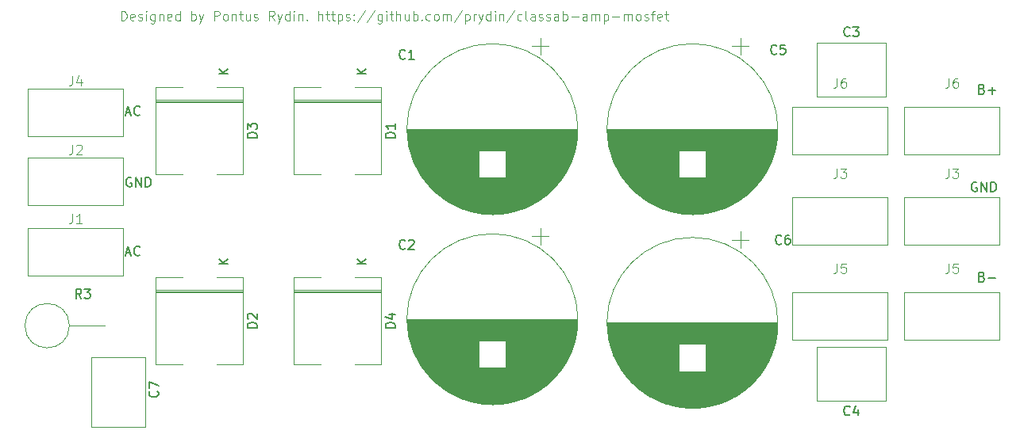
<source format=gbr>
%TF.GenerationSoftware,KiCad,Pcbnew,8.0.5*%
%TF.CreationDate,2024-10-27T20:23:34-04:00*%
%TF.ProjectId,power_supply,706f7765-725f-4737-9570-706c792e6b69,rev?*%
%TF.SameCoordinates,Original*%
%TF.FileFunction,Legend,Top*%
%TF.FilePolarity,Positive*%
%FSLAX46Y46*%
G04 Gerber Fmt 4.6, Leading zero omitted, Abs format (unit mm)*
G04 Created by KiCad (PCBNEW 8.0.5) date 2024-10-27 20:23:34*
%MOMM*%
%LPD*%
G01*
G04 APERTURE LIST*
%ADD10C,0.150000*%
%ADD11C,0.100000*%
%ADD12C,0.120000*%
G04 APERTURE END LIST*
D10*
X165960588Y-81721438D02*
X165865350Y-81673819D01*
X165865350Y-81673819D02*
X165722493Y-81673819D01*
X165722493Y-81673819D02*
X165579636Y-81721438D01*
X165579636Y-81721438D02*
X165484398Y-81816676D01*
X165484398Y-81816676D02*
X165436779Y-81911914D01*
X165436779Y-81911914D02*
X165389160Y-82102390D01*
X165389160Y-82102390D02*
X165389160Y-82245247D01*
X165389160Y-82245247D02*
X165436779Y-82435723D01*
X165436779Y-82435723D02*
X165484398Y-82530961D01*
X165484398Y-82530961D02*
X165579636Y-82626200D01*
X165579636Y-82626200D02*
X165722493Y-82673819D01*
X165722493Y-82673819D02*
X165817731Y-82673819D01*
X165817731Y-82673819D02*
X165960588Y-82626200D01*
X165960588Y-82626200D02*
X166008207Y-82578580D01*
X166008207Y-82578580D02*
X166008207Y-82245247D01*
X166008207Y-82245247D02*
X165817731Y-82245247D01*
X166436779Y-82673819D02*
X166436779Y-81673819D01*
X166436779Y-81673819D02*
X167008207Y-82673819D01*
X167008207Y-82673819D02*
X167008207Y-81673819D01*
X167484398Y-82673819D02*
X167484398Y-81673819D01*
X167484398Y-81673819D02*
X167722493Y-81673819D01*
X167722493Y-81673819D02*
X167865350Y-81721438D01*
X167865350Y-81721438D02*
X167960588Y-81816676D01*
X167960588Y-81816676D02*
X168008207Y-81911914D01*
X168008207Y-81911914D02*
X168055826Y-82102390D01*
X168055826Y-82102390D02*
X168055826Y-82245247D01*
X168055826Y-82245247D02*
X168008207Y-82435723D01*
X168008207Y-82435723D02*
X167960588Y-82530961D01*
X167960588Y-82530961D02*
X167865350Y-82626200D01*
X167865350Y-82626200D02*
X167722493Y-82673819D01*
X167722493Y-82673819D02*
X167484398Y-82673819D01*
X166532112Y-91802009D02*
X166674969Y-91849628D01*
X166674969Y-91849628D02*
X166722588Y-91897247D01*
X166722588Y-91897247D02*
X166770207Y-91992485D01*
X166770207Y-91992485D02*
X166770207Y-92135342D01*
X166770207Y-92135342D02*
X166722588Y-92230580D01*
X166722588Y-92230580D02*
X166674969Y-92278200D01*
X166674969Y-92278200D02*
X166579731Y-92325819D01*
X166579731Y-92325819D02*
X166198779Y-92325819D01*
X166198779Y-92325819D02*
X166198779Y-91325819D01*
X166198779Y-91325819D02*
X166532112Y-91325819D01*
X166532112Y-91325819D02*
X166627350Y-91373438D01*
X166627350Y-91373438D02*
X166674969Y-91421057D01*
X166674969Y-91421057D02*
X166722588Y-91516295D01*
X166722588Y-91516295D02*
X166722588Y-91611533D01*
X166722588Y-91611533D02*
X166674969Y-91706771D01*
X166674969Y-91706771D02*
X166627350Y-91754390D01*
X166627350Y-91754390D02*
X166532112Y-91802009D01*
X166532112Y-91802009D02*
X166198779Y-91802009D01*
X167198779Y-91944866D02*
X167960684Y-91944866D01*
D11*
X74725884Y-64388419D02*
X74725884Y-63388419D01*
X74725884Y-63388419D02*
X74963979Y-63388419D01*
X74963979Y-63388419D02*
X75106836Y-63436038D01*
X75106836Y-63436038D02*
X75202074Y-63531276D01*
X75202074Y-63531276D02*
X75249693Y-63626514D01*
X75249693Y-63626514D02*
X75297312Y-63816990D01*
X75297312Y-63816990D02*
X75297312Y-63959847D01*
X75297312Y-63959847D02*
X75249693Y-64150323D01*
X75249693Y-64150323D02*
X75202074Y-64245561D01*
X75202074Y-64245561D02*
X75106836Y-64340800D01*
X75106836Y-64340800D02*
X74963979Y-64388419D01*
X74963979Y-64388419D02*
X74725884Y-64388419D01*
X76106836Y-64340800D02*
X76011598Y-64388419D01*
X76011598Y-64388419D02*
X75821122Y-64388419D01*
X75821122Y-64388419D02*
X75725884Y-64340800D01*
X75725884Y-64340800D02*
X75678265Y-64245561D01*
X75678265Y-64245561D02*
X75678265Y-63864609D01*
X75678265Y-63864609D02*
X75725884Y-63769371D01*
X75725884Y-63769371D02*
X75821122Y-63721752D01*
X75821122Y-63721752D02*
X76011598Y-63721752D01*
X76011598Y-63721752D02*
X76106836Y-63769371D01*
X76106836Y-63769371D02*
X76154455Y-63864609D01*
X76154455Y-63864609D02*
X76154455Y-63959847D01*
X76154455Y-63959847D02*
X75678265Y-64055085D01*
X76535408Y-64340800D02*
X76630646Y-64388419D01*
X76630646Y-64388419D02*
X76821122Y-64388419D01*
X76821122Y-64388419D02*
X76916360Y-64340800D01*
X76916360Y-64340800D02*
X76963979Y-64245561D01*
X76963979Y-64245561D02*
X76963979Y-64197942D01*
X76963979Y-64197942D02*
X76916360Y-64102704D01*
X76916360Y-64102704D02*
X76821122Y-64055085D01*
X76821122Y-64055085D02*
X76678265Y-64055085D01*
X76678265Y-64055085D02*
X76583027Y-64007466D01*
X76583027Y-64007466D02*
X76535408Y-63912228D01*
X76535408Y-63912228D02*
X76535408Y-63864609D01*
X76535408Y-63864609D02*
X76583027Y-63769371D01*
X76583027Y-63769371D02*
X76678265Y-63721752D01*
X76678265Y-63721752D02*
X76821122Y-63721752D01*
X76821122Y-63721752D02*
X76916360Y-63769371D01*
X77392551Y-64388419D02*
X77392551Y-63721752D01*
X77392551Y-63388419D02*
X77344932Y-63436038D01*
X77344932Y-63436038D02*
X77392551Y-63483657D01*
X77392551Y-63483657D02*
X77440170Y-63436038D01*
X77440170Y-63436038D02*
X77392551Y-63388419D01*
X77392551Y-63388419D02*
X77392551Y-63483657D01*
X78297312Y-63721752D02*
X78297312Y-64531276D01*
X78297312Y-64531276D02*
X78249693Y-64626514D01*
X78249693Y-64626514D02*
X78202074Y-64674133D01*
X78202074Y-64674133D02*
X78106836Y-64721752D01*
X78106836Y-64721752D02*
X77963979Y-64721752D01*
X77963979Y-64721752D02*
X77868741Y-64674133D01*
X78297312Y-64340800D02*
X78202074Y-64388419D01*
X78202074Y-64388419D02*
X78011598Y-64388419D01*
X78011598Y-64388419D02*
X77916360Y-64340800D01*
X77916360Y-64340800D02*
X77868741Y-64293180D01*
X77868741Y-64293180D02*
X77821122Y-64197942D01*
X77821122Y-64197942D02*
X77821122Y-63912228D01*
X77821122Y-63912228D02*
X77868741Y-63816990D01*
X77868741Y-63816990D02*
X77916360Y-63769371D01*
X77916360Y-63769371D02*
X78011598Y-63721752D01*
X78011598Y-63721752D02*
X78202074Y-63721752D01*
X78202074Y-63721752D02*
X78297312Y-63769371D01*
X78773503Y-63721752D02*
X78773503Y-64388419D01*
X78773503Y-63816990D02*
X78821122Y-63769371D01*
X78821122Y-63769371D02*
X78916360Y-63721752D01*
X78916360Y-63721752D02*
X79059217Y-63721752D01*
X79059217Y-63721752D02*
X79154455Y-63769371D01*
X79154455Y-63769371D02*
X79202074Y-63864609D01*
X79202074Y-63864609D02*
X79202074Y-64388419D01*
X80059217Y-64340800D02*
X79963979Y-64388419D01*
X79963979Y-64388419D02*
X79773503Y-64388419D01*
X79773503Y-64388419D02*
X79678265Y-64340800D01*
X79678265Y-64340800D02*
X79630646Y-64245561D01*
X79630646Y-64245561D02*
X79630646Y-63864609D01*
X79630646Y-63864609D02*
X79678265Y-63769371D01*
X79678265Y-63769371D02*
X79773503Y-63721752D01*
X79773503Y-63721752D02*
X79963979Y-63721752D01*
X79963979Y-63721752D02*
X80059217Y-63769371D01*
X80059217Y-63769371D02*
X80106836Y-63864609D01*
X80106836Y-63864609D02*
X80106836Y-63959847D01*
X80106836Y-63959847D02*
X79630646Y-64055085D01*
X80963979Y-64388419D02*
X80963979Y-63388419D01*
X80963979Y-64340800D02*
X80868741Y-64388419D01*
X80868741Y-64388419D02*
X80678265Y-64388419D01*
X80678265Y-64388419D02*
X80583027Y-64340800D01*
X80583027Y-64340800D02*
X80535408Y-64293180D01*
X80535408Y-64293180D02*
X80487789Y-64197942D01*
X80487789Y-64197942D02*
X80487789Y-63912228D01*
X80487789Y-63912228D02*
X80535408Y-63816990D01*
X80535408Y-63816990D02*
X80583027Y-63769371D01*
X80583027Y-63769371D02*
X80678265Y-63721752D01*
X80678265Y-63721752D02*
X80868741Y-63721752D01*
X80868741Y-63721752D02*
X80963979Y-63769371D01*
X82202075Y-64388419D02*
X82202075Y-63388419D01*
X82202075Y-63769371D02*
X82297313Y-63721752D01*
X82297313Y-63721752D02*
X82487789Y-63721752D01*
X82487789Y-63721752D02*
X82583027Y-63769371D01*
X82583027Y-63769371D02*
X82630646Y-63816990D01*
X82630646Y-63816990D02*
X82678265Y-63912228D01*
X82678265Y-63912228D02*
X82678265Y-64197942D01*
X82678265Y-64197942D02*
X82630646Y-64293180D01*
X82630646Y-64293180D02*
X82583027Y-64340800D01*
X82583027Y-64340800D02*
X82487789Y-64388419D01*
X82487789Y-64388419D02*
X82297313Y-64388419D01*
X82297313Y-64388419D02*
X82202075Y-64340800D01*
X83011599Y-63721752D02*
X83249694Y-64388419D01*
X83487789Y-63721752D02*
X83249694Y-64388419D01*
X83249694Y-64388419D02*
X83154456Y-64626514D01*
X83154456Y-64626514D02*
X83106837Y-64674133D01*
X83106837Y-64674133D02*
X83011599Y-64721752D01*
X84630647Y-64388419D02*
X84630647Y-63388419D01*
X84630647Y-63388419D02*
X85011599Y-63388419D01*
X85011599Y-63388419D02*
X85106837Y-63436038D01*
X85106837Y-63436038D02*
X85154456Y-63483657D01*
X85154456Y-63483657D02*
X85202075Y-63578895D01*
X85202075Y-63578895D02*
X85202075Y-63721752D01*
X85202075Y-63721752D02*
X85154456Y-63816990D01*
X85154456Y-63816990D02*
X85106837Y-63864609D01*
X85106837Y-63864609D02*
X85011599Y-63912228D01*
X85011599Y-63912228D02*
X84630647Y-63912228D01*
X85773504Y-64388419D02*
X85678266Y-64340800D01*
X85678266Y-64340800D02*
X85630647Y-64293180D01*
X85630647Y-64293180D02*
X85583028Y-64197942D01*
X85583028Y-64197942D02*
X85583028Y-63912228D01*
X85583028Y-63912228D02*
X85630647Y-63816990D01*
X85630647Y-63816990D02*
X85678266Y-63769371D01*
X85678266Y-63769371D02*
X85773504Y-63721752D01*
X85773504Y-63721752D02*
X85916361Y-63721752D01*
X85916361Y-63721752D02*
X86011599Y-63769371D01*
X86011599Y-63769371D02*
X86059218Y-63816990D01*
X86059218Y-63816990D02*
X86106837Y-63912228D01*
X86106837Y-63912228D02*
X86106837Y-64197942D01*
X86106837Y-64197942D02*
X86059218Y-64293180D01*
X86059218Y-64293180D02*
X86011599Y-64340800D01*
X86011599Y-64340800D02*
X85916361Y-64388419D01*
X85916361Y-64388419D02*
X85773504Y-64388419D01*
X86535409Y-63721752D02*
X86535409Y-64388419D01*
X86535409Y-63816990D02*
X86583028Y-63769371D01*
X86583028Y-63769371D02*
X86678266Y-63721752D01*
X86678266Y-63721752D02*
X86821123Y-63721752D01*
X86821123Y-63721752D02*
X86916361Y-63769371D01*
X86916361Y-63769371D02*
X86963980Y-63864609D01*
X86963980Y-63864609D02*
X86963980Y-64388419D01*
X87297314Y-63721752D02*
X87678266Y-63721752D01*
X87440171Y-63388419D02*
X87440171Y-64245561D01*
X87440171Y-64245561D02*
X87487790Y-64340800D01*
X87487790Y-64340800D02*
X87583028Y-64388419D01*
X87583028Y-64388419D02*
X87678266Y-64388419D01*
X88440171Y-63721752D02*
X88440171Y-64388419D01*
X88011600Y-63721752D02*
X88011600Y-64245561D01*
X88011600Y-64245561D02*
X88059219Y-64340800D01*
X88059219Y-64340800D02*
X88154457Y-64388419D01*
X88154457Y-64388419D02*
X88297314Y-64388419D01*
X88297314Y-64388419D02*
X88392552Y-64340800D01*
X88392552Y-64340800D02*
X88440171Y-64293180D01*
X88868743Y-64340800D02*
X88963981Y-64388419D01*
X88963981Y-64388419D02*
X89154457Y-64388419D01*
X89154457Y-64388419D02*
X89249695Y-64340800D01*
X89249695Y-64340800D02*
X89297314Y-64245561D01*
X89297314Y-64245561D02*
X89297314Y-64197942D01*
X89297314Y-64197942D02*
X89249695Y-64102704D01*
X89249695Y-64102704D02*
X89154457Y-64055085D01*
X89154457Y-64055085D02*
X89011600Y-64055085D01*
X89011600Y-64055085D02*
X88916362Y-64007466D01*
X88916362Y-64007466D02*
X88868743Y-63912228D01*
X88868743Y-63912228D02*
X88868743Y-63864609D01*
X88868743Y-63864609D02*
X88916362Y-63769371D01*
X88916362Y-63769371D02*
X89011600Y-63721752D01*
X89011600Y-63721752D02*
X89154457Y-63721752D01*
X89154457Y-63721752D02*
X89249695Y-63769371D01*
X91059219Y-64388419D02*
X90725886Y-63912228D01*
X90487791Y-64388419D02*
X90487791Y-63388419D01*
X90487791Y-63388419D02*
X90868743Y-63388419D01*
X90868743Y-63388419D02*
X90963981Y-63436038D01*
X90963981Y-63436038D02*
X91011600Y-63483657D01*
X91011600Y-63483657D02*
X91059219Y-63578895D01*
X91059219Y-63578895D02*
X91059219Y-63721752D01*
X91059219Y-63721752D02*
X91011600Y-63816990D01*
X91011600Y-63816990D02*
X90963981Y-63864609D01*
X90963981Y-63864609D02*
X90868743Y-63912228D01*
X90868743Y-63912228D02*
X90487791Y-63912228D01*
X91392553Y-63721752D02*
X91630648Y-64388419D01*
X91868743Y-63721752D02*
X91630648Y-64388419D01*
X91630648Y-64388419D02*
X91535410Y-64626514D01*
X91535410Y-64626514D02*
X91487791Y-64674133D01*
X91487791Y-64674133D02*
X91392553Y-64721752D01*
X92678267Y-64388419D02*
X92678267Y-63388419D01*
X92678267Y-64340800D02*
X92583029Y-64388419D01*
X92583029Y-64388419D02*
X92392553Y-64388419D01*
X92392553Y-64388419D02*
X92297315Y-64340800D01*
X92297315Y-64340800D02*
X92249696Y-64293180D01*
X92249696Y-64293180D02*
X92202077Y-64197942D01*
X92202077Y-64197942D02*
X92202077Y-63912228D01*
X92202077Y-63912228D02*
X92249696Y-63816990D01*
X92249696Y-63816990D02*
X92297315Y-63769371D01*
X92297315Y-63769371D02*
X92392553Y-63721752D01*
X92392553Y-63721752D02*
X92583029Y-63721752D01*
X92583029Y-63721752D02*
X92678267Y-63769371D01*
X93154458Y-64388419D02*
X93154458Y-63721752D01*
X93154458Y-63388419D02*
X93106839Y-63436038D01*
X93106839Y-63436038D02*
X93154458Y-63483657D01*
X93154458Y-63483657D02*
X93202077Y-63436038D01*
X93202077Y-63436038D02*
X93154458Y-63388419D01*
X93154458Y-63388419D02*
X93154458Y-63483657D01*
X93630648Y-63721752D02*
X93630648Y-64388419D01*
X93630648Y-63816990D02*
X93678267Y-63769371D01*
X93678267Y-63769371D02*
X93773505Y-63721752D01*
X93773505Y-63721752D02*
X93916362Y-63721752D01*
X93916362Y-63721752D02*
X94011600Y-63769371D01*
X94011600Y-63769371D02*
X94059219Y-63864609D01*
X94059219Y-63864609D02*
X94059219Y-64388419D01*
X94535410Y-64293180D02*
X94583029Y-64340800D01*
X94583029Y-64340800D02*
X94535410Y-64388419D01*
X94535410Y-64388419D02*
X94487791Y-64340800D01*
X94487791Y-64340800D02*
X94535410Y-64293180D01*
X94535410Y-64293180D02*
X94535410Y-64388419D01*
X95773505Y-64388419D02*
X95773505Y-63388419D01*
X96202076Y-64388419D02*
X96202076Y-63864609D01*
X96202076Y-63864609D02*
X96154457Y-63769371D01*
X96154457Y-63769371D02*
X96059219Y-63721752D01*
X96059219Y-63721752D02*
X95916362Y-63721752D01*
X95916362Y-63721752D02*
X95821124Y-63769371D01*
X95821124Y-63769371D02*
X95773505Y-63816990D01*
X96535410Y-63721752D02*
X96916362Y-63721752D01*
X96678267Y-63388419D02*
X96678267Y-64245561D01*
X96678267Y-64245561D02*
X96725886Y-64340800D01*
X96725886Y-64340800D02*
X96821124Y-64388419D01*
X96821124Y-64388419D02*
X96916362Y-64388419D01*
X97106839Y-63721752D02*
X97487791Y-63721752D01*
X97249696Y-63388419D02*
X97249696Y-64245561D01*
X97249696Y-64245561D02*
X97297315Y-64340800D01*
X97297315Y-64340800D02*
X97392553Y-64388419D01*
X97392553Y-64388419D02*
X97487791Y-64388419D01*
X97821125Y-63721752D02*
X97821125Y-64721752D01*
X97821125Y-63769371D02*
X97916363Y-63721752D01*
X97916363Y-63721752D02*
X98106839Y-63721752D01*
X98106839Y-63721752D02*
X98202077Y-63769371D01*
X98202077Y-63769371D02*
X98249696Y-63816990D01*
X98249696Y-63816990D02*
X98297315Y-63912228D01*
X98297315Y-63912228D02*
X98297315Y-64197942D01*
X98297315Y-64197942D02*
X98249696Y-64293180D01*
X98249696Y-64293180D02*
X98202077Y-64340800D01*
X98202077Y-64340800D02*
X98106839Y-64388419D01*
X98106839Y-64388419D02*
X97916363Y-64388419D01*
X97916363Y-64388419D02*
X97821125Y-64340800D01*
X98678268Y-64340800D02*
X98773506Y-64388419D01*
X98773506Y-64388419D02*
X98963982Y-64388419D01*
X98963982Y-64388419D02*
X99059220Y-64340800D01*
X99059220Y-64340800D02*
X99106839Y-64245561D01*
X99106839Y-64245561D02*
X99106839Y-64197942D01*
X99106839Y-64197942D02*
X99059220Y-64102704D01*
X99059220Y-64102704D02*
X98963982Y-64055085D01*
X98963982Y-64055085D02*
X98821125Y-64055085D01*
X98821125Y-64055085D02*
X98725887Y-64007466D01*
X98725887Y-64007466D02*
X98678268Y-63912228D01*
X98678268Y-63912228D02*
X98678268Y-63864609D01*
X98678268Y-63864609D02*
X98725887Y-63769371D01*
X98725887Y-63769371D02*
X98821125Y-63721752D01*
X98821125Y-63721752D02*
X98963982Y-63721752D01*
X98963982Y-63721752D02*
X99059220Y-63769371D01*
X99535411Y-64293180D02*
X99583030Y-64340800D01*
X99583030Y-64340800D02*
X99535411Y-64388419D01*
X99535411Y-64388419D02*
X99487792Y-64340800D01*
X99487792Y-64340800D02*
X99535411Y-64293180D01*
X99535411Y-64293180D02*
X99535411Y-64388419D01*
X99535411Y-63769371D02*
X99583030Y-63816990D01*
X99583030Y-63816990D02*
X99535411Y-63864609D01*
X99535411Y-63864609D02*
X99487792Y-63816990D01*
X99487792Y-63816990D02*
X99535411Y-63769371D01*
X99535411Y-63769371D02*
X99535411Y-63864609D01*
X100725886Y-63340800D02*
X99868744Y-64626514D01*
X101773505Y-63340800D02*
X100916363Y-64626514D01*
X102535410Y-63721752D02*
X102535410Y-64531276D01*
X102535410Y-64531276D02*
X102487791Y-64626514D01*
X102487791Y-64626514D02*
X102440172Y-64674133D01*
X102440172Y-64674133D02*
X102344934Y-64721752D01*
X102344934Y-64721752D02*
X102202077Y-64721752D01*
X102202077Y-64721752D02*
X102106839Y-64674133D01*
X102535410Y-64340800D02*
X102440172Y-64388419D01*
X102440172Y-64388419D02*
X102249696Y-64388419D01*
X102249696Y-64388419D02*
X102154458Y-64340800D01*
X102154458Y-64340800D02*
X102106839Y-64293180D01*
X102106839Y-64293180D02*
X102059220Y-64197942D01*
X102059220Y-64197942D02*
X102059220Y-63912228D01*
X102059220Y-63912228D02*
X102106839Y-63816990D01*
X102106839Y-63816990D02*
X102154458Y-63769371D01*
X102154458Y-63769371D02*
X102249696Y-63721752D01*
X102249696Y-63721752D02*
X102440172Y-63721752D01*
X102440172Y-63721752D02*
X102535410Y-63769371D01*
X103011601Y-64388419D02*
X103011601Y-63721752D01*
X103011601Y-63388419D02*
X102963982Y-63436038D01*
X102963982Y-63436038D02*
X103011601Y-63483657D01*
X103011601Y-63483657D02*
X103059220Y-63436038D01*
X103059220Y-63436038D02*
X103011601Y-63388419D01*
X103011601Y-63388419D02*
X103011601Y-63483657D01*
X103344934Y-63721752D02*
X103725886Y-63721752D01*
X103487791Y-63388419D02*
X103487791Y-64245561D01*
X103487791Y-64245561D02*
X103535410Y-64340800D01*
X103535410Y-64340800D02*
X103630648Y-64388419D01*
X103630648Y-64388419D02*
X103725886Y-64388419D01*
X104059220Y-64388419D02*
X104059220Y-63388419D01*
X104487791Y-64388419D02*
X104487791Y-63864609D01*
X104487791Y-63864609D02*
X104440172Y-63769371D01*
X104440172Y-63769371D02*
X104344934Y-63721752D01*
X104344934Y-63721752D02*
X104202077Y-63721752D01*
X104202077Y-63721752D02*
X104106839Y-63769371D01*
X104106839Y-63769371D02*
X104059220Y-63816990D01*
X105392553Y-63721752D02*
X105392553Y-64388419D01*
X104963982Y-63721752D02*
X104963982Y-64245561D01*
X104963982Y-64245561D02*
X105011601Y-64340800D01*
X105011601Y-64340800D02*
X105106839Y-64388419D01*
X105106839Y-64388419D02*
X105249696Y-64388419D01*
X105249696Y-64388419D02*
X105344934Y-64340800D01*
X105344934Y-64340800D02*
X105392553Y-64293180D01*
X105868744Y-64388419D02*
X105868744Y-63388419D01*
X105868744Y-63769371D02*
X105963982Y-63721752D01*
X105963982Y-63721752D02*
X106154458Y-63721752D01*
X106154458Y-63721752D02*
X106249696Y-63769371D01*
X106249696Y-63769371D02*
X106297315Y-63816990D01*
X106297315Y-63816990D02*
X106344934Y-63912228D01*
X106344934Y-63912228D02*
X106344934Y-64197942D01*
X106344934Y-64197942D02*
X106297315Y-64293180D01*
X106297315Y-64293180D02*
X106249696Y-64340800D01*
X106249696Y-64340800D02*
X106154458Y-64388419D01*
X106154458Y-64388419D02*
X105963982Y-64388419D01*
X105963982Y-64388419D02*
X105868744Y-64340800D01*
X106773506Y-64293180D02*
X106821125Y-64340800D01*
X106821125Y-64340800D02*
X106773506Y-64388419D01*
X106773506Y-64388419D02*
X106725887Y-64340800D01*
X106725887Y-64340800D02*
X106773506Y-64293180D01*
X106773506Y-64293180D02*
X106773506Y-64388419D01*
X107678267Y-64340800D02*
X107583029Y-64388419D01*
X107583029Y-64388419D02*
X107392553Y-64388419D01*
X107392553Y-64388419D02*
X107297315Y-64340800D01*
X107297315Y-64340800D02*
X107249696Y-64293180D01*
X107249696Y-64293180D02*
X107202077Y-64197942D01*
X107202077Y-64197942D02*
X107202077Y-63912228D01*
X107202077Y-63912228D02*
X107249696Y-63816990D01*
X107249696Y-63816990D02*
X107297315Y-63769371D01*
X107297315Y-63769371D02*
X107392553Y-63721752D01*
X107392553Y-63721752D02*
X107583029Y-63721752D01*
X107583029Y-63721752D02*
X107678267Y-63769371D01*
X108249696Y-64388419D02*
X108154458Y-64340800D01*
X108154458Y-64340800D02*
X108106839Y-64293180D01*
X108106839Y-64293180D02*
X108059220Y-64197942D01*
X108059220Y-64197942D02*
X108059220Y-63912228D01*
X108059220Y-63912228D02*
X108106839Y-63816990D01*
X108106839Y-63816990D02*
X108154458Y-63769371D01*
X108154458Y-63769371D02*
X108249696Y-63721752D01*
X108249696Y-63721752D02*
X108392553Y-63721752D01*
X108392553Y-63721752D02*
X108487791Y-63769371D01*
X108487791Y-63769371D02*
X108535410Y-63816990D01*
X108535410Y-63816990D02*
X108583029Y-63912228D01*
X108583029Y-63912228D02*
X108583029Y-64197942D01*
X108583029Y-64197942D02*
X108535410Y-64293180D01*
X108535410Y-64293180D02*
X108487791Y-64340800D01*
X108487791Y-64340800D02*
X108392553Y-64388419D01*
X108392553Y-64388419D02*
X108249696Y-64388419D01*
X109011601Y-64388419D02*
X109011601Y-63721752D01*
X109011601Y-63816990D02*
X109059220Y-63769371D01*
X109059220Y-63769371D02*
X109154458Y-63721752D01*
X109154458Y-63721752D02*
X109297315Y-63721752D01*
X109297315Y-63721752D02*
X109392553Y-63769371D01*
X109392553Y-63769371D02*
X109440172Y-63864609D01*
X109440172Y-63864609D02*
X109440172Y-64388419D01*
X109440172Y-63864609D02*
X109487791Y-63769371D01*
X109487791Y-63769371D02*
X109583029Y-63721752D01*
X109583029Y-63721752D02*
X109725886Y-63721752D01*
X109725886Y-63721752D02*
X109821125Y-63769371D01*
X109821125Y-63769371D02*
X109868744Y-63864609D01*
X109868744Y-63864609D02*
X109868744Y-64388419D01*
X111059219Y-63340800D02*
X110202077Y-64626514D01*
X111392553Y-63721752D02*
X111392553Y-64721752D01*
X111392553Y-63769371D02*
X111487791Y-63721752D01*
X111487791Y-63721752D02*
X111678267Y-63721752D01*
X111678267Y-63721752D02*
X111773505Y-63769371D01*
X111773505Y-63769371D02*
X111821124Y-63816990D01*
X111821124Y-63816990D02*
X111868743Y-63912228D01*
X111868743Y-63912228D02*
X111868743Y-64197942D01*
X111868743Y-64197942D02*
X111821124Y-64293180D01*
X111821124Y-64293180D02*
X111773505Y-64340800D01*
X111773505Y-64340800D02*
X111678267Y-64388419D01*
X111678267Y-64388419D02*
X111487791Y-64388419D01*
X111487791Y-64388419D02*
X111392553Y-64340800D01*
X112297315Y-64388419D02*
X112297315Y-63721752D01*
X112297315Y-63912228D02*
X112344934Y-63816990D01*
X112344934Y-63816990D02*
X112392553Y-63769371D01*
X112392553Y-63769371D02*
X112487791Y-63721752D01*
X112487791Y-63721752D02*
X112583029Y-63721752D01*
X112821125Y-63721752D02*
X113059220Y-64388419D01*
X113297315Y-63721752D02*
X113059220Y-64388419D01*
X113059220Y-64388419D02*
X112963982Y-64626514D01*
X112963982Y-64626514D02*
X112916363Y-64674133D01*
X112916363Y-64674133D02*
X112821125Y-64721752D01*
X114106839Y-64388419D02*
X114106839Y-63388419D01*
X114106839Y-64340800D02*
X114011601Y-64388419D01*
X114011601Y-64388419D02*
X113821125Y-64388419D01*
X113821125Y-64388419D02*
X113725887Y-64340800D01*
X113725887Y-64340800D02*
X113678268Y-64293180D01*
X113678268Y-64293180D02*
X113630649Y-64197942D01*
X113630649Y-64197942D02*
X113630649Y-63912228D01*
X113630649Y-63912228D02*
X113678268Y-63816990D01*
X113678268Y-63816990D02*
X113725887Y-63769371D01*
X113725887Y-63769371D02*
X113821125Y-63721752D01*
X113821125Y-63721752D02*
X114011601Y-63721752D01*
X114011601Y-63721752D02*
X114106839Y-63769371D01*
X114583030Y-64388419D02*
X114583030Y-63721752D01*
X114583030Y-63388419D02*
X114535411Y-63436038D01*
X114535411Y-63436038D02*
X114583030Y-63483657D01*
X114583030Y-63483657D02*
X114630649Y-63436038D01*
X114630649Y-63436038D02*
X114583030Y-63388419D01*
X114583030Y-63388419D02*
X114583030Y-63483657D01*
X115059220Y-63721752D02*
X115059220Y-64388419D01*
X115059220Y-63816990D02*
X115106839Y-63769371D01*
X115106839Y-63769371D02*
X115202077Y-63721752D01*
X115202077Y-63721752D02*
X115344934Y-63721752D01*
X115344934Y-63721752D02*
X115440172Y-63769371D01*
X115440172Y-63769371D02*
X115487791Y-63864609D01*
X115487791Y-63864609D02*
X115487791Y-64388419D01*
X116678267Y-63340800D02*
X115821125Y-64626514D01*
X117440172Y-64340800D02*
X117344934Y-64388419D01*
X117344934Y-64388419D02*
X117154458Y-64388419D01*
X117154458Y-64388419D02*
X117059220Y-64340800D01*
X117059220Y-64340800D02*
X117011601Y-64293180D01*
X117011601Y-64293180D02*
X116963982Y-64197942D01*
X116963982Y-64197942D02*
X116963982Y-63912228D01*
X116963982Y-63912228D02*
X117011601Y-63816990D01*
X117011601Y-63816990D02*
X117059220Y-63769371D01*
X117059220Y-63769371D02*
X117154458Y-63721752D01*
X117154458Y-63721752D02*
X117344934Y-63721752D01*
X117344934Y-63721752D02*
X117440172Y-63769371D01*
X118011601Y-64388419D02*
X117916363Y-64340800D01*
X117916363Y-64340800D02*
X117868744Y-64245561D01*
X117868744Y-64245561D02*
X117868744Y-63388419D01*
X118821125Y-64388419D02*
X118821125Y-63864609D01*
X118821125Y-63864609D02*
X118773506Y-63769371D01*
X118773506Y-63769371D02*
X118678268Y-63721752D01*
X118678268Y-63721752D02*
X118487792Y-63721752D01*
X118487792Y-63721752D02*
X118392554Y-63769371D01*
X118821125Y-64340800D02*
X118725887Y-64388419D01*
X118725887Y-64388419D02*
X118487792Y-64388419D01*
X118487792Y-64388419D02*
X118392554Y-64340800D01*
X118392554Y-64340800D02*
X118344935Y-64245561D01*
X118344935Y-64245561D02*
X118344935Y-64150323D01*
X118344935Y-64150323D02*
X118392554Y-64055085D01*
X118392554Y-64055085D02*
X118487792Y-64007466D01*
X118487792Y-64007466D02*
X118725887Y-64007466D01*
X118725887Y-64007466D02*
X118821125Y-63959847D01*
X119249697Y-64340800D02*
X119344935Y-64388419D01*
X119344935Y-64388419D02*
X119535411Y-64388419D01*
X119535411Y-64388419D02*
X119630649Y-64340800D01*
X119630649Y-64340800D02*
X119678268Y-64245561D01*
X119678268Y-64245561D02*
X119678268Y-64197942D01*
X119678268Y-64197942D02*
X119630649Y-64102704D01*
X119630649Y-64102704D02*
X119535411Y-64055085D01*
X119535411Y-64055085D02*
X119392554Y-64055085D01*
X119392554Y-64055085D02*
X119297316Y-64007466D01*
X119297316Y-64007466D02*
X119249697Y-63912228D01*
X119249697Y-63912228D02*
X119249697Y-63864609D01*
X119249697Y-63864609D02*
X119297316Y-63769371D01*
X119297316Y-63769371D02*
X119392554Y-63721752D01*
X119392554Y-63721752D02*
X119535411Y-63721752D01*
X119535411Y-63721752D02*
X119630649Y-63769371D01*
X120059221Y-64340800D02*
X120154459Y-64388419D01*
X120154459Y-64388419D02*
X120344935Y-64388419D01*
X120344935Y-64388419D02*
X120440173Y-64340800D01*
X120440173Y-64340800D02*
X120487792Y-64245561D01*
X120487792Y-64245561D02*
X120487792Y-64197942D01*
X120487792Y-64197942D02*
X120440173Y-64102704D01*
X120440173Y-64102704D02*
X120344935Y-64055085D01*
X120344935Y-64055085D02*
X120202078Y-64055085D01*
X120202078Y-64055085D02*
X120106840Y-64007466D01*
X120106840Y-64007466D02*
X120059221Y-63912228D01*
X120059221Y-63912228D02*
X120059221Y-63864609D01*
X120059221Y-63864609D02*
X120106840Y-63769371D01*
X120106840Y-63769371D02*
X120202078Y-63721752D01*
X120202078Y-63721752D02*
X120344935Y-63721752D01*
X120344935Y-63721752D02*
X120440173Y-63769371D01*
X121344935Y-64388419D02*
X121344935Y-63864609D01*
X121344935Y-63864609D02*
X121297316Y-63769371D01*
X121297316Y-63769371D02*
X121202078Y-63721752D01*
X121202078Y-63721752D02*
X121011602Y-63721752D01*
X121011602Y-63721752D02*
X120916364Y-63769371D01*
X121344935Y-64340800D02*
X121249697Y-64388419D01*
X121249697Y-64388419D02*
X121011602Y-64388419D01*
X121011602Y-64388419D02*
X120916364Y-64340800D01*
X120916364Y-64340800D02*
X120868745Y-64245561D01*
X120868745Y-64245561D02*
X120868745Y-64150323D01*
X120868745Y-64150323D02*
X120916364Y-64055085D01*
X120916364Y-64055085D02*
X121011602Y-64007466D01*
X121011602Y-64007466D02*
X121249697Y-64007466D01*
X121249697Y-64007466D02*
X121344935Y-63959847D01*
X121821126Y-64388419D02*
X121821126Y-63388419D01*
X121821126Y-63769371D02*
X121916364Y-63721752D01*
X121916364Y-63721752D02*
X122106840Y-63721752D01*
X122106840Y-63721752D02*
X122202078Y-63769371D01*
X122202078Y-63769371D02*
X122249697Y-63816990D01*
X122249697Y-63816990D02*
X122297316Y-63912228D01*
X122297316Y-63912228D02*
X122297316Y-64197942D01*
X122297316Y-64197942D02*
X122249697Y-64293180D01*
X122249697Y-64293180D02*
X122202078Y-64340800D01*
X122202078Y-64340800D02*
X122106840Y-64388419D01*
X122106840Y-64388419D02*
X121916364Y-64388419D01*
X121916364Y-64388419D02*
X121821126Y-64340800D01*
X122725888Y-64007466D02*
X123487793Y-64007466D01*
X124392554Y-64388419D02*
X124392554Y-63864609D01*
X124392554Y-63864609D02*
X124344935Y-63769371D01*
X124344935Y-63769371D02*
X124249697Y-63721752D01*
X124249697Y-63721752D02*
X124059221Y-63721752D01*
X124059221Y-63721752D02*
X123963983Y-63769371D01*
X124392554Y-64340800D02*
X124297316Y-64388419D01*
X124297316Y-64388419D02*
X124059221Y-64388419D01*
X124059221Y-64388419D02*
X123963983Y-64340800D01*
X123963983Y-64340800D02*
X123916364Y-64245561D01*
X123916364Y-64245561D02*
X123916364Y-64150323D01*
X123916364Y-64150323D02*
X123963983Y-64055085D01*
X123963983Y-64055085D02*
X124059221Y-64007466D01*
X124059221Y-64007466D02*
X124297316Y-64007466D01*
X124297316Y-64007466D02*
X124392554Y-63959847D01*
X124868745Y-64388419D02*
X124868745Y-63721752D01*
X124868745Y-63816990D02*
X124916364Y-63769371D01*
X124916364Y-63769371D02*
X125011602Y-63721752D01*
X125011602Y-63721752D02*
X125154459Y-63721752D01*
X125154459Y-63721752D02*
X125249697Y-63769371D01*
X125249697Y-63769371D02*
X125297316Y-63864609D01*
X125297316Y-63864609D02*
X125297316Y-64388419D01*
X125297316Y-63864609D02*
X125344935Y-63769371D01*
X125344935Y-63769371D02*
X125440173Y-63721752D01*
X125440173Y-63721752D02*
X125583030Y-63721752D01*
X125583030Y-63721752D02*
X125678269Y-63769371D01*
X125678269Y-63769371D02*
X125725888Y-63864609D01*
X125725888Y-63864609D02*
X125725888Y-64388419D01*
X126202078Y-63721752D02*
X126202078Y-64721752D01*
X126202078Y-63769371D02*
X126297316Y-63721752D01*
X126297316Y-63721752D02*
X126487792Y-63721752D01*
X126487792Y-63721752D02*
X126583030Y-63769371D01*
X126583030Y-63769371D02*
X126630649Y-63816990D01*
X126630649Y-63816990D02*
X126678268Y-63912228D01*
X126678268Y-63912228D02*
X126678268Y-64197942D01*
X126678268Y-64197942D02*
X126630649Y-64293180D01*
X126630649Y-64293180D02*
X126583030Y-64340800D01*
X126583030Y-64340800D02*
X126487792Y-64388419D01*
X126487792Y-64388419D02*
X126297316Y-64388419D01*
X126297316Y-64388419D02*
X126202078Y-64340800D01*
X127106840Y-64007466D02*
X127868745Y-64007466D01*
X128344935Y-64388419D02*
X128344935Y-63721752D01*
X128344935Y-63816990D02*
X128392554Y-63769371D01*
X128392554Y-63769371D02*
X128487792Y-63721752D01*
X128487792Y-63721752D02*
X128630649Y-63721752D01*
X128630649Y-63721752D02*
X128725887Y-63769371D01*
X128725887Y-63769371D02*
X128773506Y-63864609D01*
X128773506Y-63864609D02*
X128773506Y-64388419D01*
X128773506Y-63864609D02*
X128821125Y-63769371D01*
X128821125Y-63769371D02*
X128916363Y-63721752D01*
X128916363Y-63721752D02*
X129059220Y-63721752D01*
X129059220Y-63721752D02*
X129154459Y-63769371D01*
X129154459Y-63769371D02*
X129202078Y-63864609D01*
X129202078Y-63864609D02*
X129202078Y-64388419D01*
X129821125Y-64388419D02*
X129725887Y-64340800D01*
X129725887Y-64340800D02*
X129678268Y-64293180D01*
X129678268Y-64293180D02*
X129630649Y-64197942D01*
X129630649Y-64197942D02*
X129630649Y-63912228D01*
X129630649Y-63912228D02*
X129678268Y-63816990D01*
X129678268Y-63816990D02*
X129725887Y-63769371D01*
X129725887Y-63769371D02*
X129821125Y-63721752D01*
X129821125Y-63721752D02*
X129963982Y-63721752D01*
X129963982Y-63721752D02*
X130059220Y-63769371D01*
X130059220Y-63769371D02*
X130106839Y-63816990D01*
X130106839Y-63816990D02*
X130154458Y-63912228D01*
X130154458Y-63912228D02*
X130154458Y-64197942D01*
X130154458Y-64197942D02*
X130106839Y-64293180D01*
X130106839Y-64293180D02*
X130059220Y-64340800D01*
X130059220Y-64340800D02*
X129963982Y-64388419D01*
X129963982Y-64388419D02*
X129821125Y-64388419D01*
X130535411Y-64340800D02*
X130630649Y-64388419D01*
X130630649Y-64388419D02*
X130821125Y-64388419D01*
X130821125Y-64388419D02*
X130916363Y-64340800D01*
X130916363Y-64340800D02*
X130963982Y-64245561D01*
X130963982Y-64245561D02*
X130963982Y-64197942D01*
X130963982Y-64197942D02*
X130916363Y-64102704D01*
X130916363Y-64102704D02*
X130821125Y-64055085D01*
X130821125Y-64055085D02*
X130678268Y-64055085D01*
X130678268Y-64055085D02*
X130583030Y-64007466D01*
X130583030Y-64007466D02*
X130535411Y-63912228D01*
X130535411Y-63912228D02*
X130535411Y-63864609D01*
X130535411Y-63864609D02*
X130583030Y-63769371D01*
X130583030Y-63769371D02*
X130678268Y-63721752D01*
X130678268Y-63721752D02*
X130821125Y-63721752D01*
X130821125Y-63721752D02*
X130916363Y-63769371D01*
X131249697Y-63721752D02*
X131630649Y-63721752D01*
X131392554Y-64388419D02*
X131392554Y-63531276D01*
X131392554Y-63531276D02*
X131440173Y-63436038D01*
X131440173Y-63436038D02*
X131535411Y-63388419D01*
X131535411Y-63388419D02*
X131630649Y-63388419D01*
X132344935Y-64340800D02*
X132249697Y-64388419D01*
X132249697Y-64388419D02*
X132059221Y-64388419D01*
X132059221Y-64388419D02*
X131963983Y-64340800D01*
X131963983Y-64340800D02*
X131916364Y-64245561D01*
X131916364Y-64245561D02*
X131916364Y-63864609D01*
X131916364Y-63864609D02*
X131963983Y-63769371D01*
X131963983Y-63769371D02*
X132059221Y-63721752D01*
X132059221Y-63721752D02*
X132249697Y-63721752D01*
X132249697Y-63721752D02*
X132344935Y-63769371D01*
X132344935Y-63769371D02*
X132392554Y-63864609D01*
X132392554Y-63864609D02*
X132392554Y-63959847D01*
X132392554Y-63959847D02*
X131916364Y-64055085D01*
X132678269Y-63721752D02*
X133059221Y-63721752D01*
X132821126Y-63388419D02*
X132821126Y-64245561D01*
X132821126Y-64245561D02*
X132868745Y-64340800D01*
X132868745Y-64340800D02*
X132963983Y-64388419D01*
X132963983Y-64388419D02*
X133059221Y-64388419D01*
D10*
X166532112Y-71736009D02*
X166674969Y-71783628D01*
X166674969Y-71783628D02*
X166722588Y-71831247D01*
X166722588Y-71831247D02*
X166770207Y-71926485D01*
X166770207Y-71926485D02*
X166770207Y-72069342D01*
X166770207Y-72069342D02*
X166722588Y-72164580D01*
X166722588Y-72164580D02*
X166674969Y-72212200D01*
X166674969Y-72212200D02*
X166579731Y-72259819D01*
X166579731Y-72259819D02*
X166198779Y-72259819D01*
X166198779Y-72259819D02*
X166198779Y-71259819D01*
X166198779Y-71259819D02*
X166532112Y-71259819D01*
X166532112Y-71259819D02*
X166627350Y-71307438D01*
X166627350Y-71307438D02*
X166674969Y-71355057D01*
X166674969Y-71355057D02*
X166722588Y-71450295D01*
X166722588Y-71450295D02*
X166722588Y-71545533D01*
X166722588Y-71545533D02*
X166674969Y-71640771D01*
X166674969Y-71640771D02*
X166627350Y-71688390D01*
X166627350Y-71688390D02*
X166532112Y-71736009D01*
X166532112Y-71736009D02*
X166198779Y-71736009D01*
X167198779Y-71878866D02*
X167960684Y-71878866D01*
X167579731Y-72259819D02*
X167579731Y-71497914D01*
X75219160Y-74260104D02*
X75695350Y-74260104D01*
X75123922Y-74545819D02*
X75457255Y-73545819D01*
X75457255Y-73545819D02*
X75790588Y-74545819D01*
X76695350Y-74450580D02*
X76647731Y-74498200D01*
X76647731Y-74498200D02*
X76504874Y-74545819D01*
X76504874Y-74545819D02*
X76409636Y-74545819D01*
X76409636Y-74545819D02*
X76266779Y-74498200D01*
X76266779Y-74498200D02*
X76171541Y-74402961D01*
X76171541Y-74402961D02*
X76123922Y-74307723D01*
X76123922Y-74307723D02*
X76076303Y-74117247D01*
X76076303Y-74117247D02*
X76076303Y-73974390D01*
X76076303Y-73974390D02*
X76123922Y-73783914D01*
X76123922Y-73783914D02*
X76171541Y-73688676D01*
X76171541Y-73688676D02*
X76266779Y-73593438D01*
X76266779Y-73593438D02*
X76409636Y-73545819D01*
X76409636Y-73545819D02*
X76504874Y-73545819D01*
X76504874Y-73545819D02*
X76647731Y-73593438D01*
X76647731Y-73593438D02*
X76695350Y-73641057D01*
X75219160Y-89246104D02*
X75695350Y-89246104D01*
X75123922Y-89531819D02*
X75457255Y-88531819D01*
X75457255Y-88531819D02*
X75790588Y-89531819D01*
X76695350Y-89436580D02*
X76647731Y-89484200D01*
X76647731Y-89484200D02*
X76504874Y-89531819D01*
X76504874Y-89531819D02*
X76409636Y-89531819D01*
X76409636Y-89531819D02*
X76266779Y-89484200D01*
X76266779Y-89484200D02*
X76171541Y-89388961D01*
X76171541Y-89388961D02*
X76123922Y-89293723D01*
X76123922Y-89293723D02*
X76076303Y-89103247D01*
X76076303Y-89103247D02*
X76076303Y-88960390D01*
X76076303Y-88960390D02*
X76123922Y-88769914D01*
X76123922Y-88769914D02*
X76171541Y-88674676D01*
X76171541Y-88674676D02*
X76266779Y-88579438D01*
X76266779Y-88579438D02*
X76409636Y-88531819D01*
X76409636Y-88531819D02*
X76504874Y-88531819D01*
X76504874Y-88531819D02*
X76647731Y-88579438D01*
X76647731Y-88579438D02*
X76695350Y-88627057D01*
X75790588Y-81213438D02*
X75695350Y-81165819D01*
X75695350Y-81165819D02*
X75552493Y-81165819D01*
X75552493Y-81165819D02*
X75409636Y-81213438D01*
X75409636Y-81213438D02*
X75314398Y-81308676D01*
X75314398Y-81308676D02*
X75266779Y-81403914D01*
X75266779Y-81403914D02*
X75219160Y-81594390D01*
X75219160Y-81594390D02*
X75219160Y-81737247D01*
X75219160Y-81737247D02*
X75266779Y-81927723D01*
X75266779Y-81927723D02*
X75314398Y-82022961D01*
X75314398Y-82022961D02*
X75409636Y-82118200D01*
X75409636Y-82118200D02*
X75552493Y-82165819D01*
X75552493Y-82165819D02*
X75647731Y-82165819D01*
X75647731Y-82165819D02*
X75790588Y-82118200D01*
X75790588Y-82118200D02*
X75838207Y-82070580D01*
X75838207Y-82070580D02*
X75838207Y-81737247D01*
X75838207Y-81737247D02*
X75647731Y-81737247D01*
X76266779Y-82165819D02*
X76266779Y-81165819D01*
X76266779Y-81165819D02*
X76838207Y-82165819D01*
X76838207Y-82165819D02*
X76838207Y-81165819D01*
X77314398Y-82165819D02*
X77314398Y-81165819D01*
X77314398Y-81165819D02*
X77552493Y-81165819D01*
X77552493Y-81165819D02*
X77695350Y-81213438D01*
X77695350Y-81213438D02*
X77790588Y-81308676D01*
X77790588Y-81308676D02*
X77838207Y-81403914D01*
X77838207Y-81403914D02*
X77885826Y-81594390D01*
X77885826Y-81594390D02*
X77885826Y-81737247D01*
X77885826Y-81737247D02*
X77838207Y-81927723D01*
X77838207Y-81927723D02*
X77790588Y-82022961D01*
X77790588Y-82022961D02*
X77695350Y-82118200D01*
X77695350Y-82118200D02*
X77552493Y-82165819D01*
X77552493Y-82165819D02*
X77314398Y-82165819D01*
X70462333Y-94112819D02*
X70129000Y-93636628D01*
X69890905Y-94112819D02*
X69890905Y-93112819D01*
X69890905Y-93112819D02*
X70271857Y-93112819D01*
X70271857Y-93112819D02*
X70367095Y-93160438D01*
X70367095Y-93160438D02*
X70414714Y-93208057D01*
X70414714Y-93208057D02*
X70462333Y-93303295D01*
X70462333Y-93303295D02*
X70462333Y-93446152D01*
X70462333Y-93446152D02*
X70414714Y-93541390D01*
X70414714Y-93541390D02*
X70367095Y-93589009D01*
X70367095Y-93589009D02*
X70271857Y-93636628D01*
X70271857Y-93636628D02*
X69890905Y-93636628D01*
X70795667Y-93112819D02*
X71414714Y-93112819D01*
X71414714Y-93112819D02*
X71081381Y-93493771D01*
X71081381Y-93493771D02*
X71224238Y-93493771D01*
X71224238Y-93493771D02*
X71319476Y-93541390D01*
X71319476Y-93541390D02*
X71367095Y-93589009D01*
X71367095Y-93589009D02*
X71414714Y-93684247D01*
X71414714Y-93684247D02*
X71414714Y-93922342D01*
X71414714Y-93922342D02*
X71367095Y-94017580D01*
X71367095Y-94017580D02*
X71319476Y-94065200D01*
X71319476Y-94065200D02*
X71224238Y-94112819D01*
X71224238Y-94112819D02*
X70938524Y-94112819D01*
X70938524Y-94112819D02*
X70843286Y-94065200D01*
X70843286Y-94065200D02*
X70795667Y-94017580D01*
D11*
X151050666Y-70577419D02*
X151050666Y-71291704D01*
X151050666Y-71291704D02*
X151003047Y-71434561D01*
X151003047Y-71434561D02*
X150907809Y-71529800D01*
X150907809Y-71529800D02*
X150764952Y-71577419D01*
X150764952Y-71577419D02*
X150669714Y-71577419D01*
X151955428Y-70577419D02*
X151764952Y-70577419D01*
X151764952Y-70577419D02*
X151669714Y-70625038D01*
X151669714Y-70625038D02*
X151622095Y-70672657D01*
X151622095Y-70672657D02*
X151526857Y-70815514D01*
X151526857Y-70815514D02*
X151479238Y-71005990D01*
X151479238Y-71005990D02*
X151479238Y-71386942D01*
X151479238Y-71386942D02*
X151526857Y-71482180D01*
X151526857Y-71482180D02*
X151574476Y-71529800D01*
X151574476Y-71529800D02*
X151669714Y-71577419D01*
X151669714Y-71577419D02*
X151860190Y-71577419D01*
X151860190Y-71577419D02*
X151955428Y-71529800D01*
X151955428Y-71529800D02*
X152003047Y-71482180D01*
X152003047Y-71482180D02*
X152050666Y-71386942D01*
X152050666Y-71386942D02*
X152050666Y-71148847D01*
X152050666Y-71148847D02*
X152003047Y-71053609D01*
X152003047Y-71053609D02*
X151955428Y-71005990D01*
X151955428Y-71005990D02*
X151860190Y-70958371D01*
X151860190Y-70958371D02*
X151669714Y-70958371D01*
X151669714Y-70958371D02*
X151574476Y-71005990D01*
X151574476Y-71005990D02*
X151526857Y-71053609D01*
X151526857Y-71053609D02*
X151479238Y-71148847D01*
X162988666Y-80229419D02*
X162988666Y-80943704D01*
X162988666Y-80943704D02*
X162941047Y-81086561D01*
X162941047Y-81086561D02*
X162845809Y-81181800D01*
X162845809Y-81181800D02*
X162702952Y-81229419D01*
X162702952Y-81229419D02*
X162607714Y-81229419D01*
X163369619Y-80229419D02*
X163988666Y-80229419D01*
X163988666Y-80229419D02*
X163655333Y-80610371D01*
X163655333Y-80610371D02*
X163798190Y-80610371D01*
X163798190Y-80610371D02*
X163893428Y-80657990D01*
X163893428Y-80657990D02*
X163941047Y-80705609D01*
X163941047Y-80705609D02*
X163988666Y-80800847D01*
X163988666Y-80800847D02*
X163988666Y-81038942D01*
X163988666Y-81038942D02*
X163941047Y-81134180D01*
X163941047Y-81134180D02*
X163893428Y-81181800D01*
X163893428Y-81181800D02*
X163798190Y-81229419D01*
X163798190Y-81229419D02*
X163512476Y-81229419D01*
X163512476Y-81229419D02*
X163417238Y-81181800D01*
X163417238Y-81181800D02*
X163369619Y-81134180D01*
X162988666Y-90389419D02*
X162988666Y-91103704D01*
X162988666Y-91103704D02*
X162941047Y-91246561D01*
X162941047Y-91246561D02*
X162845809Y-91341800D01*
X162845809Y-91341800D02*
X162702952Y-91389419D01*
X162702952Y-91389419D02*
X162607714Y-91389419D01*
X163941047Y-90389419D02*
X163464857Y-90389419D01*
X163464857Y-90389419D02*
X163417238Y-90865609D01*
X163417238Y-90865609D02*
X163464857Y-90817990D01*
X163464857Y-90817990D02*
X163560095Y-90770371D01*
X163560095Y-90770371D02*
X163798190Y-90770371D01*
X163798190Y-90770371D02*
X163893428Y-90817990D01*
X163893428Y-90817990D02*
X163941047Y-90865609D01*
X163941047Y-90865609D02*
X163988666Y-90960847D01*
X163988666Y-90960847D02*
X163988666Y-91198942D01*
X163988666Y-91198942D02*
X163941047Y-91294180D01*
X163941047Y-91294180D02*
X163893428Y-91341800D01*
X163893428Y-91341800D02*
X163798190Y-91389419D01*
X163798190Y-91389419D02*
X163560095Y-91389419D01*
X163560095Y-91389419D02*
X163464857Y-91341800D01*
X163464857Y-91341800D02*
X163417238Y-91294180D01*
X162988666Y-70577419D02*
X162988666Y-71291704D01*
X162988666Y-71291704D02*
X162941047Y-71434561D01*
X162941047Y-71434561D02*
X162845809Y-71529800D01*
X162845809Y-71529800D02*
X162702952Y-71577419D01*
X162702952Y-71577419D02*
X162607714Y-71577419D01*
X163893428Y-70577419D02*
X163702952Y-70577419D01*
X163702952Y-70577419D02*
X163607714Y-70625038D01*
X163607714Y-70625038D02*
X163560095Y-70672657D01*
X163560095Y-70672657D02*
X163464857Y-70815514D01*
X163464857Y-70815514D02*
X163417238Y-71005990D01*
X163417238Y-71005990D02*
X163417238Y-71386942D01*
X163417238Y-71386942D02*
X163464857Y-71482180D01*
X163464857Y-71482180D02*
X163512476Y-71529800D01*
X163512476Y-71529800D02*
X163607714Y-71577419D01*
X163607714Y-71577419D02*
X163798190Y-71577419D01*
X163798190Y-71577419D02*
X163893428Y-71529800D01*
X163893428Y-71529800D02*
X163941047Y-71482180D01*
X163941047Y-71482180D02*
X163988666Y-71386942D01*
X163988666Y-71386942D02*
X163988666Y-71148847D01*
X163988666Y-71148847D02*
X163941047Y-71053609D01*
X163941047Y-71053609D02*
X163893428Y-71005990D01*
X163893428Y-71005990D02*
X163798190Y-70958371D01*
X163798190Y-70958371D02*
X163607714Y-70958371D01*
X163607714Y-70958371D02*
X163512476Y-71005990D01*
X163512476Y-71005990D02*
X163464857Y-71053609D01*
X163464857Y-71053609D02*
X163417238Y-71148847D01*
X69516666Y-70323419D02*
X69516666Y-71037704D01*
X69516666Y-71037704D02*
X69469047Y-71180561D01*
X69469047Y-71180561D02*
X69373809Y-71275800D01*
X69373809Y-71275800D02*
X69230952Y-71323419D01*
X69230952Y-71323419D02*
X69135714Y-71323419D01*
X70421428Y-70656752D02*
X70421428Y-71323419D01*
X70183333Y-70275800D02*
X69945238Y-70990085D01*
X69945238Y-70990085D02*
X70564285Y-70990085D01*
X151050666Y-80229419D02*
X151050666Y-80943704D01*
X151050666Y-80943704D02*
X151003047Y-81086561D01*
X151003047Y-81086561D02*
X150907809Y-81181800D01*
X150907809Y-81181800D02*
X150764952Y-81229419D01*
X150764952Y-81229419D02*
X150669714Y-81229419D01*
X151431619Y-80229419D02*
X152050666Y-80229419D01*
X152050666Y-80229419D02*
X151717333Y-80610371D01*
X151717333Y-80610371D02*
X151860190Y-80610371D01*
X151860190Y-80610371D02*
X151955428Y-80657990D01*
X151955428Y-80657990D02*
X152003047Y-80705609D01*
X152003047Y-80705609D02*
X152050666Y-80800847D01*
X152050666Y-80800847D02*
X152050666Y-81038942D01*
X152050666Y-81038942D02*
X152003047Y-81134180D01*
X152003047Y-81134180D02*
X151955428Y-81181800D01*
X151955428Y-81181800D02*
X151860190Y-81229419D01*
X151860190Y-81229419D02*
X151574476Y-81229419D01*
X151574476Y-81229419D02*
X151479238Y-81181800D01*
X151479238Y-81181800D02*
X151431619Y-81134180D01*
X69516666Y-77689419D02*
X69516666Y-78403704D01*
X69516666Y-78403704D02*
X69469047Y-78546561D01*
X69469047Y-78546561D02*
X69373809Y-78641800D01*
X69373809Y-78641800D02*
X69230952Y-78689419D01*
X69230952Y-78689419D02*
X69135714Y-78689419D01*
X69945238Y-77784657D02*
X69992857Y-77737038D01*
X69992857Y-77737038D02*
X70088095Y-77689419D01*
X70088095Y-77689419D02*
X70326190Y-77689419D01*
X70326190Y-77689419D02*
X70421428Y-77737038D01*
X70421428Y-77737038D02*
X70469047Y-77784657D01*
X70469047Y-77784657D02*
X70516666Y-77879895D01*
X70516666Y-77879895D02*
X70516666Y-77975133D01*
X70516666Y-77975133D02*
X70469047Y-78117990D01*
X70469047Y-78117990D02*
X69897619Y-78689419D01*
X69897619Y-78689419D02*
X70516666Y-78689419D01*
X69516666Y-85055419D02*
X69516666Y-85769704D01*
X69516666Y-85769704D02*
X69469047Y-85912561D01*
X69469047Y-85912561D02*
X69373809Y-86007800D01*
X69373809Y-86007800D02*
X69230952Y-86055419D01*
X69230952Y-86055419D02*
X69135714Y-86055419D01*
X70516666Y-86055419D02*
X69945238Y-86055419D01*
X70230952Y-86055419D02*
X70230952Y-85055419D01*
X70230952Y-85055419D02*
X70135714Y-85198276D01*
X70135714Y-85198276D02*
X70040476Y-85293514D01*
X70040476Y-85293514D02*
X69945238Y-85341133D01*
D10*
X152425333Y-106523580D02*
X152377714Y-106571200D01*
X152377714Y-106571200D02*
X152234857Y-106618819D01*
X152234857Y-106618819D02*
X152139619Y-106618819D01*
X152139619Y-106618819D02*
X151996762Y-106571200D01*
X151996762Y-106571200D02*
X151901524Y-106475961D01*
X151901524Y-106475961D02*
X151853905Y-106380723D01*
X151853905Y-106380723D02*
X151806286Y-106190247D01*
X151806286Y-106190247D02*
X151806286Y-106047390D01*
X151806286Y-106047390D02*
X151853905Y-105856914D01*
X151853905Y-105856914D02*
X151901524Y-105761676D01*
X151901524Y-105761676D02*
X151996762Y-105666438D01*
X151996762Y-105666438D02*
X152139619Y-105618819D01*
X152139619Y-105618819D02*
X152234857Y-105618819D01*
X152234857Y-105618819D02*
X152377714Y-105666438D01*
X152377714Y-105666438D02*
X152425333Y-105714057D01*
X153282476Y-105952152D02*
X153282476Y-106618819D01*
X153044381Y-105571200D02*
X152806286Y-106285485D01*
X152806286Y-106285485D02*
X153425333Y-106285485D01*
X104989333Y-88751580D02*
X104941714Y-88799200D01*
X104941714Y-88799200D02*
X104798857Y-88846819D01*
X104798857Y-88846819D02*
X104703619Y-88846819D01*
X104703619Y-88846819D02*
X104560762Y-88799200D01*
X104560762Y-88799200D02*
X104465524Y-88703961D01*
X104465524Y-88703961D02*
X104417905Y-88608723D01*
X104417905Y-88608723D02*
X104370286Y-88418247D01*
X104370286Y-88418247D02*
X104370286Y-88275390D01*
X104370286Y-88275390D02*
X104417905Y-88084914D01*
X104417905Y-88084914D02*
X104465524Y-87989676D01*
X104465524Y-87989676D02*
X104560762Y-87894438D01*
X104560762Y-87894438D02*
X104703619Y-87846819D01*
X104703619Y-87846819D02*
X104798857Y-87846819D01*
X104798857Y-87846819D02*
X104941714Y-87894438D01*
X104941714Y-87894438D02*
X104989333Y-87942057D01*
X105370286Y-87942057D02*
X105417905Y-87894438D01*
X105417905Y-87894438D02*
X105513143Y-87846819D01*
X105513143Y-87846819D02*
X105751238Y-87846819D01*
X105751238Y-87846819D02*
X105846476Y-87894438D01*
X105846476Y-87894438D02*
X105894095Y-87942057D01*
X105894095Y-87942057D02*
X105941714Y-88037295D01*
X105941714Y-88037295D02*
X105941714Y-88132533D01*
X105941714Y-88132533D02*
X105894095Y-88275390D01*
X105894095Y-88275390D02*
X105322667Y-88846819D01*
X105322667Y-88846819D02*
X105941714Y-88846819D01*
X103914819Y-97258094D02*
X102914819Y-97258094D01*
X102914819Y-97258094D02*
X102914819Y-97019999D01*
X102914819Y-97019999D02*
X102962438Y-96877142D01*
X102962438Y-96877142D02*
X103057676Y-96781904D01*
X103057676Y-96781904D02*
X103152914Y-96734285D01*
X103152914Y-96734285D02*
X103343390Y-96686666D01*
X103343390Y-96686666D02*
X103486247Y-96686666D01*
X103486247Y-96686666D02*
X103676723Y-96734285D01*
X103676723Y-96734285D02*
X103771961Y-96781904D01*
X103771961Y-96781904D02*
X103867200Y-96877142D01*
X103867200Y-96877142D02*
X103914819Y-97019999D01*
X103914819Y-97019999D02*
X103914819Y-97258094D01*
X103248152Y-95829523D02*
X103914819Y-95829523D01*
X102867200Y-96067618D02*
X103581485Y-96305713D01*
X103581485Y-96305713D02*
X103581485Y-95686666D01*
X100844819Y-90431904D02*
X99844819Y-90431904D01*
X100844819Y-89860476D02*
X100273390Y-90289047D01*
X99844819Y-89860476D02*
X100416247Y-90431904D01*
X144613333Y-67923580D02*
X144565714Y-67971200D01*
X144565714Y-67971200D02*
X144422857Y-68018819D01*
X144422857Y-68018819D02*
X144327619Y-68018819D01*
X144327619Y-68018819D02*
X144184762Y-67971200D01*
X144184762Y-67971200D02*
X144089524Y-67875961D01*
X144089524Y-67875961D02*
X144041905Y-67780723D01*
X144041905Y-67780723D02*
X143994286Y-67590247D01*
X143994286Y-67590247D02*
X143994286Y-67447390D01*
X143994286Y-67447390D02*
X144041905Y-67256914D01*
X144041905Y-67256914D02*
X144089524Y-67161676D01*
X144089524Y-67161676D02*
X144184762Y-67066438D01*
X144184762Y-67066438D02*
X144327619Y-67018819D01*
X144327619Y-67018819D02*
X144422857Y-67018819D01*
X144422857Y-67018819D02*
X144565714Y-67066438D01*
X144565714Y-67066438D02*
X144613333Y-67114057D01*
X145518095Y-67018819D02*
X145041905Y-67018819D01*
X145041905Y-67018819D02*
X144994286Y-67495009D01*
X144994286Y-67495009D02*
X145041905Y-67447390D01*
X145041905Y-67447390D02*
X145137143Y-67399771D01*
X145137143Y-67399771D02*
X145375238Y-67399771D01*
X145375238Y-67399771D02*
X145470476Y-67447390D01*
X145470476Y-67447390D02*
X145518095Y-67495009D01*
X145518095Y-67495009D02*
X145565714Y-67590247D01*
X145565714Y-67590247D02*
X145565714Y-67828342D01*
X145565714Y-67828342D02*
X145518095Y-67923580D01*
X145518095Y-67923580D02*
X145470476Y-67971200D01*
X145470476Y-67971200D02*
X145375238Y-68018819D01*
X145375238Y-68018819D02*
X145137143Y-68018819D01*
X145137143Y-68018819D02*
X145041905Y-67971200D01*
X145041905Y-67971200D02*
X144994286Y-67923580D01*
X89182819Y-76938094D02*
X88182819Y-76938094D01*
X88182819Y-76938094D02*
X88182819Y-76699999D01*
X88182819Y-76699999D02*
X88230438Y-76557142D01*
X88230438Y-76557142D02*
X88325676Y-76461904D01*
X88325676Y-76461904D02*
X88420914Y-76414285D01*
X88420914Y-76414285D02*
X88611390Y-76366666D01*
X88611390Y-76366666D02*
X88754247Y-76366666D01*
X88754247Y-76366666D02*
X88944723Y-76414285D01*
X88944723Y-76414285D02*
X89039961Y-76461904D01*
X89039961Y-76461904D02*
X89135200Y-76557142D01*
X89135200Y-76557142D02*
X89182819Y-76699999D01*
X89182819Y-76699999D02*
X89182819Y-76938094D01*
X88182819Y-76033332D02*
X88182819Y-75414285D01*
X88182819Y-75414285D02*
X88563771Y-75747618D01*
X88563771Y-75747618D02*
X88563771Y-75604761D01*
X88563771Y-75604761D02*
X88611390Y-75509523D01*
X88611390Y-75509523D02*
X88659009Y-75461904D01*
X88659009Y-75461904D02*
X88754247Y-75414285D01*
X88754247Y-75414285D02*
X88992342Y-75414285D01*
X88992342Y-75414285D02*
X89087580Y-75461904D01*
X89087580Y-75461904D02*
X89135200Y-75509523D01*
X89135200Y-75509523D02*
X89182819Y-75604761D01*
X89182819Y-75604761D02*
X89182819Y-75890475D01*
X89182819Y-75890475D02*
X89135200Y-75985713D01*
X89135200Y-75985713D02*
X89087580Y-76033332D01*
X86112819Y-70111904D02*
X85112819Y-70111904D01*
X86112819Y-69540476D02*
X85541390Y-69969047D01*
X85112819Y-69540476D02*
X85684247Y-70111904D01*
X104989333Y-68431580D02*
X104941714Y-68479200D01*
X104941714Y-68479200D02*
X104798857Y-68526819D01*
X104798857Y-68526819D02*
X104703619Y-68526819D01*
X104703619Y-68526819D02*
X104560762Y-68479200D01*
X104560762Y-68479200D02*
X104465524Y-68383961D01*
X104465524Y-68383961D02*
X104417905Y-68288723D01*
X104417905Y-68288723D02*
X104370286Y-68098247D01*
X104370286Y-68098247D02*
X104370286Y-67955390D01*
X104370286Y-67955390D02*
X104417905Y-67764914D01*
X104417905Y-67764914D02*
X104465524Y-67669676D01*
X104465524Y-67669676D02*
X104560762Y-67574438D01*
X104560762Y-67574438D02*
X104703619Y-67526819D01*
X104703619Y-67526819D02*
X104798857Y-67526819D01*
X104798857Y-67526819D02*
X104941714Y-67574438D01*
X104941714Y-67574438D02*
X104989333Y-67622057D01*
X105941714Y-68526819D02*
X105370286Y-68526819D01*
X105656000Y-68526819D02*
X105656000Y-67526819D01*
X105656000Y-67526819D02*
X105560762Y-67669676D01*
X105560762Y-67669676D02*
X105465524Y-67764914D01*
X105465524Y-67764914D02*
X105370286Y-67812533D01*
X152425333Y-66011580D02*
X152377714Y-66059200D01*
X152377714Y-66059200D02*
X152234857Y-66106819D01*
X152234857Y-66106819D02*
X152139619Y-66106819D01*
X152139619Y-66106819D02*
X151996762Y-66059200D01*
X151996762Y-66059200D02*
X151901524Y-65963961D01*
X151901524Y-65963961D02*
X151853905Y-65868723D01*
X151853905Y-65868723D02*
X151806286Y-65678247D01*
X151806286Y-65678247D02*
X151806286Y-65535390D01*
X151806286Y-65535390D02*
X151853905Y-65344914D01*
X151853905Y-65344914D02*
X151901524Y-65249676D01*
X151901524Y-65249676D02*
X151996762Y-65154438D01*
X151996762Y-65154438D02*
X152139619Y-65106819D01*
X152139619Y-65106819D02*
X152234857Y-65106819D01*
X152234857Y-65106819D02*
X152377714Y-65154438D01*
X152377714Y-65154438D02*
X152425333Y-65202057D01*
X152758667Y-65106819D02*
X153377714Y-65106819D01*
X153377714Y-65106819D02*
X153044381Y-65487771D01*
X153044381Y-65487771D02*
X153187238Y-65487771D01*
X153187238Y-65487771D02*
X153282476Y-65535390D01*
X153282476Y-65535390D02*
X153330095Y-65583009D01*
X153330095Y-65583009D02*
X153377714Y-65678247D01*
X153377714Y-65678247D02*
X153377714Y-65916342D01*
X153377714Y-65916342D02*
X153330095Y-66011580D01*
X153330095Y-66011580D02*
X153282476Y-66059200D01*
X153282476Y-66059200D02*
X153187238Y-66106819D01*
X153187238Y-66106819D02*
X152901524Y-66106819D01*
X152901524Y-66106819D02*
X152806286Y-66059200D01*
X152806286Y-66059200D02*
X152758667Y-66011580D01*
X145121333Y-88243580D02*
X145073714Y-88291200D01*
X145073714Y-88291200D02*
X144930857Y-88338819D01*
X144930857Y-88338819D02*
X144835619Y-88338819D01*
X144835619Y-88338819D02*
X144692762Y-88291200D01*
X144692762Y-88291200D02*
X144597524Y-88195961D01*
X144597524Y-88195961D02*
X144549905Y-88100723D01*
X144549905Y-88100723D02*
X144502286Y-87910247D01*
X144502286Y-87910247D02*
X144502286Y-87767390D01*
X144502286Y-87767390D02*
X144549905Y-87576914D01*
X144549905Y-87576914D02*
X144597524Y-87481676D01*
X144597524Y-87481676D02*
X144692762Y-87386438D01*
X144692762Y-87386438D02*
X144835619Y-87338819D01*
X144835619Y-87338819D02*
X144930857Y-87338819D01*
X144930857Y-87338819D02*
X145073714Y-87386438D01*
X145073714Y-87386438D02*
X145121333Y-87434057D01*
X145978476Y-87338819D02*
X145788000Y-87338819D01*
X145788000Y-87338819D02*
X145692762Y-87386438D01*
X145692762Y-87386438D02*
X145645143Y-87434057D01*
X145645143Y-87434057D02*
X145549905Y-87576914D01*
X145549905Y-87576914D02*
X145502286Y-87767390D01*
X145502286Y-87767390D02*
X145502286Y-88148342D01*
X145502286Y-88148342D02*
X145549905Y-88243580D01*
X145549905Y-88243580D02*
X145597524Y-88291200D01*
X145597524Y-88291200D02*
X145692762Y-88338819D01*
X145692762Y-88338819D02*
X145883238Y-88338819D01*
X145883238Y-88338819D02*
X145978476Y-88291200D01*
X145978476Y-88291200D02*
X146026095Y-88243580D01*
X146026095Y-88243580D02*
X146073714Y-88148342D01*
X146073714Y-88148342D02*
X146073714Y-87910247D01*
X146073714Y-87910247D02*
X146026095Y-87815009D01*
X146026095Y-87815009D02*
X145978476Y-87767390D01*
X145978476Y-87767390D02*
X145883238Y-87719771D01*
X145883238Y-87719771D02*
X145692762Y-87719771D01*
X145692762Y-87719771D02*
X145597524Y-87767390D01*
X145597524Y-87767390D02*
X145549905Y-87815009D01*
X145549905Y-87815009D02*
X145502286Y-87910247D01*
X103914819Y-76938094D02*
X102914819Y-76938094D01*
X102914819Y-76938094D02*
X102914819Y-76699999D01*
X102914819Y-76699999D02*
X102962438Y-76557142D01*
X102962438Y-76557142D02*
X103057676Y-76461904D01*
X103057676Y-76461904D02*
X103152914Y-76414285D01*
X103152914Y-76414285D02*
X103343390Y-76366666D01*
X103343390Y-76366666D02*
X103486247Y-76366666D01*
X103486247Y-76366666D02*
X103676723Y-76414285D01*
X103676723Y-76414285D02*
X103771961Y-76461904D01*
X103771961Y-76461904D02*
X103867200Y-76557142D01*
X103867200Y-76557142D02*
X103914819Y-76699999D01*
X103914819Y-76699999D02*
X103914819Y-76938094D01*
X103914819Y-75414285D02*
X103914819Y-75985713D01*
X103914819Y-75699999D02*
X102914819Y-75699999D01*
X102914819Y-75699999D02*
X103057676Y-75795237D01*
X103057676Y-75795237D02*
X103152914Y-75890475D01*
X103152914Y-75890475D02*
X103200533Y-75985713D01*
X100844819Y-70111904D02*
X99844819Y-70111904D01*
X100844819Y-69540476D02*
X100273390Y-69969047D01*
X99844819Y-69540476D02*
X100416247Y-70111904D01*
X89182819Y-97258094D02*
X88182819Y-97258094D01*
X88182819Y-97258094D02*
X88182819Y-97019999D01*
X88182819Y-97019999D02*
X88230438Y-96877142D01*
X88230438Y-96877142D02*
X88325676Y-96781904D01*
X88325676Y-96781904D02*
X88420914Y-96734285D01*
X88420914Y-96734285D02*
X88611390Y-96686666D01*
X88611390Y-96686666D02*
X88754247Y-96686666D01*
X88754247Y-96686666D02*
X88944723Y-96734285D01*
X88944723Y-96734285D02*
X89039961Y-96781904D01*
X89039961Y-96781904D02*
X89135200Y-96877142D01*
X89135200Y-96877142D02*
X89182819Y-97019999D01*
X89182819Y-97019999D02*
X89182819Y-97258094D01*
X88278057Y-96305713D02*
X88230438Y-96258094D01*
X88230438Y-96258094D02*
X88182819Y-96162856D01*
X88182819Y-96162856D02*
X88182819Y-95924761D01*
X88182819Y-95924761D02*
X88230438Y-95829523D01*
X88230438Y-95829523D02*
X88278057Y-95781904D01*
X88278057Y-95781904D02*
X88373295Y-95734285D01*
X88373295Y-95734285D02*
X88468533Y-95734285D01*
X88468533Y-95734285D02*
X88611390Y-95781904D01*
X88611390Y-95781904D02*
X89182819Y-96353332D01*
X89182819Y-96353332D02*
X89182819Y-95734285D01*
X86112819Y-90431904D02*
X85112819Y-90431904D01*
X86112819Y-89860476D02*
X85541390Y-90289047D01*
X85112819Y-89860476D02*
X85684247Y-90431904D01*
D11*
X151050666Y-90389419D02*
X151050666Y-91103704D01*
X151050666Y-91103704D02*
X151003047Y-91246561D01*
X151003047Y-91246561D02*
X150907809Y-91341800D01*
X150907809Y-91341800D02*
X150764952Y-91389419D01*
X150764952Y-91389419D02*
X150669714Y-91389419D01*
X152003047Y-90389419D02*
X151526857Y-90389419D01*
X151526857Y-90389419D02*
X151479238Y-90865609D01*
X151479238Y-90865609D02*
X151526857Y-90817990D01*
X151526857Y-90817990D02*
X151622095Y-90770371D01*
X151622095Y-90770371D02*
X151860190Y-90770371D01*
X151860190Y-90770371D02*
X151955428Y-90817990D01*
X151955428Y-90817990D02*
X152003047Y-90865609D01*
X152003047Y-90865609D02*
X152050666Y-90960847D01*
X152050666Y-90960847D02*
X152050666Y-91198942D01*
X152050666Y-91198942D02*
X152003047Y-91294180D01*
X152003047Y-91294180D02*
X151955428Y-91341800D01*
X151955428Y-91341800D02*
X151860190Y-91389419D01*
X151860190Y-91389419D02*
X151622095Y-91389419D01*
X151622095Y-91389419D02*
X151526857Y-91341800D01*
X151526857Y-91341800D02*
X151479238Y-91294180D01*
D10*
X78591580Y-104052666D02*
X78639200Y-104100285D01*
X78639200Y-104100285D02*
X78686819Y-104243142D01*
X78686819Y-104243142D02*
X78686819Y-104338380D01*
X78686819Y-104338380D02*
X78639200Y-104481237D01*
X78639200Y-104481237D02*
X78543961Y-104576475D01*
X78543961Y-104576475D02*
X78448723Y-104624094D01*
X78448723Y-104624094D02*
X78258247Y-104671713D01*
X78258247Y-104671713D02*
X78115390Y-104671713D01*
X78115390Y-104671713D02*
X77924914Y-104624094D01*
X77924914Y-104624094D02*
X77829676Y-104576475D01*
X77829676Y-104576475D02*
X77734438Y-104481237D01*
X77734438Y-104481237D02*
X77686819Y-104338380D01*
X77686819Y-104338380D02*
X77686819Y-104243142D01*
X77686819Y-104243142D02*
X77734438Y-104100285D01*
X77734438Y-104100285D02*
X77782057Y-104052666D01*
X77686819Y-103719332D02*
X77686819Y-103052666D01*
X77686819Y-103052666D02*
X78686819Y-103481237D01*
D12*
%TO.C,R3*%
X69189000Y-97028000D02*
X72939000Y-97028000D01*
X69189000Y-97028000D02*
G75*
G02*
X64449000Y-97028000I-2370000J0D01*
G01*
X64449000Y-97028000D02*
G75*
G02*
X69189000Y-97028000I2370000J0D01*
G01*
%TO.C,J6*%
D11*
X146304000Y-73660000D02*
X156464000Y-73660000D01*
X156464000Y-78740000D01*
X146304000Y-78740000D01*
X146304000Y-73660000D01*
%TO.C,J3*%
X158242000Y-83312000D02*
X168402000Y-83312000D01*
X168402000Y-88392000D01*
X158242000Y-88392000D01*
X158242000Y-83312000D01*
%TO.C,J5*%
X158242000Y-93472000D02*
X168402000Y-93472000D01*
X168402000Y-98552000D01*
X158242000Y-98552000D01*
X158242000Y-93472000D01*
%TO.C,J6*%
X158242000Y-73660000D02*
X168402000Y-73660000D01*
X168402000Y-78740000D01*
X158242000Y-78740000D01*
X158242000Y-73660000D01*
%TO.C,J4*%
X64770000Y-71728000D02*
X74930000Y-71728000D01*
X74930000Y-76808000D01*
X64770000Y-76808000D01*
X64770000Y-71728000D01*
%TO.C,J3*%
X146304000Y-83312000D02*
X156464000Y-83312000D01*
X156464000Y-88392000D01*
X146304000Y-88392000D01*
X146304000Y-83312000D01*
%TO.C,J2*%
X64770000Y-79094000D02*
X74930000Y-79094000D01*
X74930000Y-84174000D01*
X64770000Y-84174000D01*
X64770000Y-79094000D01*
%TO.C,J1*%
X64770000Y-86614000D02*
X74930000Y-86614000D01*
X74930000Y-91694000D01*
X64770000Y-91694000D01*
X64770000Y-86614000D01*
D12*
%TO.C,C4*%
X148872000Y-105034000D02*
X148872000Y-99294000D01*
X156312000Y-99294000D02*
X148872000Y-99294000D01*
X156312000Y-105034000D02*
X148872000Y-105034000D01*
X156312000Y-105034000D02*
X156312000Y-99294000D01*
%TO.C,C2*%
X123420000Y-96326000D02*
G75*
G02*
X105180000Y-96326000I-9120000J0D01*
G01*
X105180000Y-96326000D02*
G75*
G02*
X123420000Y-96326000I9120000J0D01*
G01*
X123381000Y-96326000D02*
X105219000Y-96326000D01*
X123380000Y-96446000D02*
X105220000Y-96446000D01*
X123380000Y-96406000D02*
X105220000Y-96406000D01*
X123380000Y-96366000D02*
X105220000Y-96366000D01*
X123379000Y-96486000D02*
X105221000Y-96486000D01*
X123378000Y-96526000D02*
X105222000Y-96526000D01*
X123377000Y-96566000D02*
X105223000Y-96566000D01*
X123376000Y-96606000D02*
X105224000Y-96606000D01*
X123375000Y-96646000D02*
X105225000Y-96646000D01*
X123373000Y-96686000D02*
X105227000Y-96686000D01*
X123372000Y-96726000D02*
X105228000Y-96726000D01*
X123370000Y-96766000D02*
X105230000Y-96766000D01*
X123368000Y-96806000D02*
X105232000Y-96806000D01*
X123366000Y-96846000D02*
X105234000Y-96846000D01*
X123363000Y-96886000D02*
X105237000Y-96886000D01*
X123361000Y-96926000D02*
X105239000Y-96926000D01*
X123358000Y-96966000D02*
X105242000Y-96966000D01*
X123355000Y-97006000D02*
X105245000Y-97006000D01*
X123352000Y-97047000D02*
X105248000Y-97047000D01*
X123349000Y-97087000D02*
X105251000Y-97087000D01*
X123345000Y-97127000D02*
X105255000Y-97127000D01*
X123342000Y-97167000D02*
X105258000Y-97167000D01*
X123338000Y-97207000D02*
X105262000Y-97207000D01*
X123334000Y-97247000D02*
X105266000Y-97247000D01*
X123330000Y-97287000D02*
X105270000Y-97287000D01*
X123326000Y-97327000D02*
X105274000Y-97327000D01*
X123321000Y-97367000D02*
X105279000Y-97367000D01*
X123316000Y-97407000D02*
X105284000Y-97407000D01*
X123311000Y-97447000D02*
X105289000Y-97447000D01*
X123306000Y-97487000D02*
X105294000Y-97487000D01*
X123301000Y-97527000D02*
X105299000Y-97527000D01*
X123296000Y-97567000D02*
X105304000Y-97567000D01*
X123290000Y-97607000D02*
X105310000Y-97607000D01*
X123284000Y-97647000D02*
X105316000Y-97647000D01*
X123279000Y-97687000D02*
X105321000Y-97687000D01*
X123272000Y-97727000D02*
X105328000Y-97727000D01*
X123266000Y-97767000D02*
X105334000Y-97767000D01*
X123260000Y-97807000D02*
X105340000Y-97807000D01*
X123253000Y-97847000D02*
X105347000Y-97847000D01*
X123246000Y-97887000D02*
X105354000Y-97887000D01*
X123239000Y-97927000D02*
X105361000Y-97927000D01*
X123232000Y-97967000D02*
X105368000Y-97967000D01*
X123224000Y-98007000D02*
X105376000Y-98007000D01*
X123217000Y-98047000D02*
X105383000Y-98047000D01*
X123209000Y-98087000D02*
X105391000Y-98087000D01*
X123201000Y-98127000D02*
X105399000Y-98127000D01*
X123193000Y-98167000D02*
X105407000Y-98167000D01*
X123185000Y-98207000D02*
X105415000Y-98207000D01*
X123176000Y-98247000D02*
X105424000Y-98247000D01*
X123167000Y-98287000D02*
X105433000Y-98287000D01*
X123158000Y-98327000D02*
X105442000Y-98327000D01*
X123149000Y-98367000D02*
X105451000Y-98367000D01*
X123140000Y-98407000D02*
X105460000Y-98407000D01*
X123131000Y-98447000D02*
X105469000Y-98447000D01*
X123121000Y-98487000D02*
X105479000Y-98487000D01*
X123111000Y-98527000D02*
X105489000Y-98527000D01*
X123101000Y-98567000D02*
X105499000Y-98567000D01*
X123091000Y-98607000D02*
X105509000Y-98607000D01*
X123080000Y-98647000D02*
X115740000Y-98647000D01*
X123070000Y-98687000D02*
X115740000Y-98687000D01*
X123059000Y-98727000D02*
X115740000Y-98727000D01*
X123048000Y-98767000D02*
X115740000Y-98767000D01*
X123037000Y-98807000D02*
X115740000Y-98807000D01*
X123025000Y-98847000D02*
X115740000Y-98847000D01*
X123014000Y-98887000D02*
X115740000Y-98887000D01*
X123002000Y-98927000D02*
X115740000Y-98927000D01*
X122990000Y-98967000D02*
X115740000Y-98967000D01*
X122978000Y-99007000D02*
X115740000Y-99007000D01*
X122965000Y-99047000D02*
X115740000Y-99047000D01*
X122953000Y-99087000D02*
X115740000Y-99087000D01*
X122940000Y-99127000D02*
X115740000Y-99127000D01*
X122927000Y-99167000D02*
X115740000Y-99167000D01*
X122914000Y-99207000D02*
X115740000Y-99207000D01*
X122900000Y-99247000D02*
X115740000Y-99247000D01*
X122887000Y-99287000D02*
X115740000Y-99287000D01*
X122873000Y-99327000D02*
X115740000Y-99327000D01*
X122859000Y-99367000D02*
X115740000Y-99367000D01*
X122845000Y-99407000D02*
X115740000Y-99407000D01*
X122830000Y-99447000D02*
X115740000Y-99447000D01*
X122816000Y-99487000D02*
X115740000Y-99487000D01*
X122801000Y-99527000D02*
X115740000Y-99527000D01*
X122786000Y-99567000D02*
X115740000Y-99567000D01*
X122770000Y-99607000D02*
X115740000Y-99607000D01*
X122755000Y-99647000D02*
X115740000Y-99647000D01*
X122739000Y-99687000D02*
X115740000Y-99687000D01*
X122723000Y-99727000D02*
X115740000Y-99727000D01*
X122707000Y-99767000D02*
X115740000Y-99767000D01*
X122690000Y-99807000D02*
X115740000Y-99807000D01*
X122674000Y-99847000D02*
X115740000Y-99847000D01*
X122657000Y-99887000D02*
X115740000Y-99887000D01*
X122640000Y-99927000D02*
X115740000Y-99927000D01*
X122623000Y-99967000D02*
X115740000Y-99967000D01*
X122605000Y-100007000D02*
X115740000Y-100007000D01*
X122587000Y-100047000D02*
X115740000Y-100047000D01*
X122569000Y-100087000D02*
X115740000Y-100087000D01*
X122551000Y-100127000D02*
X115740000Y-100127000D01*
X122533000Y-100167000D02*
X115740000Y-100167000D01*
X122514000Y-100207000D02*
X115740000Y-100207000D01*
X122495000Y-100247000D02*
X115740000Y-100247000D01*
X122476000Y-100287000D02*
X115740000Y-100287000D01*
X122456000Y-100327000D02*
X115740000Y-100327000D01*
X122437000Y-100367000D02*
X115740000Y-100367000D01*
X122417000Y-100407000D02*
X115740000Y-100407000D01*
X122397000Y-100447000D02*
X115740000Y-100447000D01*
X122376000Y-100487000D02*
X115740000Y-100487000D01*
X122356000Y-100527000D02*
X115740000Y-100527000D01*
X122335000Y-100567000D02*
X115740000Y-100567000D01*
X122314000Y-100607000D02*
X115740000Y-100607000D01*
X122292000Y-100647000D02*
X115740000Y-100647000D01*
X122271000Y-100687000D02*
X115740000Y-100687000D01*
X122249000Y-100727000D02*
X115740000Y-100727000D01*
X122227000Y-100767000D02*
X115740000Y-100767000D01*
X122204000Y-100807000D02*
X115740000Y-100807000D01*
X122182000Y-100847000D02*
X115740000Y-100847000D01*
X122159000Y-100887000D02*
X115740000Y-100887000D01*
X122135000Y-100927000D02*
X115740000Y-100927000D01*
X122112000Y-100967000D02*
X115740000Y-100967000D01*
X122088000Y-101007000D02*
X115740000Y-101007000D01*
X122064000Y-101047000D02*
X115740000Y-101047000D01*
X122040000Y-101087000D02*
X115740000Y-101087000D01*
X122015000Y-101127000D02*
X115740000Y-101127000D01*
X121990000Y-101167000D02*
X115740000Y-101167000D01*
X121965000Y-101207000D02*
X115740000Y-101207000D01*
X121940000Y-101247000D02*
X115740000Y-101247000D01*
X121914000Y-101287000D02*
X115740000Y-101287000D01*
X121888000Y-101327000D02*
X115740000Y-101327000D01*
X121861000Y-101367000D02*
X115740000Y-101367000D01*
X121835000Y-101407000D02*
X115740000Y-101407000D01*
X121808000Y-101447000D02*
X115740000Y-101447000D01*
X121780000Y-101487000D02*
X115740000Y-101487000D01*
X121753000Y-101527000D02*
X106847000Y-101527000D01*
X121725000Y-101567000D02*
X106875000Y-101567000D01*
X121697000Y-101607000D02*
X106903000Y-101607000D01*
X121668000Y-101647000D02*
X106932000Y-101647000D01*
X121639000Y-101687000D02*
X106961000Y-101687000D01*
X121610000Y-101727000D02*
X106990000Y-101727000D01*
X121580000Y-101767000D02*
X107020000Y-101767000D01*
X121550000Y-101807000D02*
X107050000Y-101807000D01*
X121520000Y-101847000D02*
X107080000Y-101847000D01*
X121490000Y-101887000D02*
X107110000Y-101887000D01*
X121459000Y-101927000D02*
X107141000Y-101927000D01*
X121427000Y-101967000D02*
X107173000Y-101967000D01*
X121396000Y-102007000D02*
X107204000Y-102007000D01*
X121364000Y-102047000D02*
X107236000Y-102047000D01*
X121331000Y-102087000D02*
X107269000Y-102087000D01*
X121299000Y-102127000D02*
X107301000Y-102127000D01*
X121265000Y-102167000D02*
X107335000Y-102167000D01*
X121232000Y-102207000D02*
X107368000Y-102207000D01*
X121198000Y-102247000D02*
X107402000Y-102247000D01*
X121164000Y-102287000D02*
X107436000Y-102287000D01*
X121129000Y-102327000D02*
X107471000Y-102327000D01*
X121094000Y-102367000D02*
X107506000Y-102367000D01*
X121058000Y-102407000D02*
X107542000Y-102407000D01*
X121022000Y-102447000D02*
X107578000Y-102447000D01*
X120986000Y-102487000D02*
X107614000Y-102487000D01*
X120949000Y-102527000D02*
X107651000Y-102527000D01*
X120912000Y-102567000D02*
X107688000Y-102567000D01*
X120874000Y-102607000D02*
X107726000Y-102607000D01*
X120836000Y-102647000D02*
X107764000Y-102647000D01*
X120797000Y-102687000D02*
X107803000Y-102687000D01*
X120758000Y-102727000D02*
X107842000Y-102727000D01*
X120718000Y-102767000D02*
X107882000Y-102767000D01*
X120678000Y-102807000D02*
X107922000Y-102807000D01*
X120637000Y-102847000D02*
X107963000Y-102847000D01*
X120596000Y-102887000D02*
X108004000Y-102887000D01*
X120554000Y-102927000D02*
X108046000Y-102927000D01*
X120512000Y-102967000D02*
X108088000Y-102967000D01*
X120470000Y-103007000D02*
X108130000Y-103007000D01*
X120426000Y-103047000D02*
X108174000Y-103047000D01*
X120382000Y-103087000D02*
X108218000Y-103087000D01*
X120338000Y-103127000D02*
X108262000Y-103127000D01*
X120315000Y-87466560D02*
X118515000Y-87466560D01*
X120293000Y-103167000D02*
X108307000Y-103167000D01*
X120247000Y-103207000D02*
X108353000Y-103207000D01*
X120201000Y-103247000D02*
X108399000Y-103247000D01*
X120154000Y-103287000D02*
X108446000Y-103287000D01*
X120106000Y-103327000D02*
X108494000Y-103327000D01*
X120058000Y-103367000D02*
X108542000Y-103367000D01*
X120009000Y-103407000D02*
X108591000Y-103407000D01*
X119960000Y-103447000D02*
X108640000Y-103447000D01*
X119909000Y-103487000D02*
X108691000Y-103487000D01*
X119858000Y-103527000D02*
X108742000Y-103527000D01*
X119806000Y-103567000D02*
X108794000Y-103567000D01*
X119754000Y-103607000D02*
X108846000Y-103607000D01*
X119700000Y-103647000D02*
X108900000Y-103647000D01*
X119646000Y-103687000D02*
X108954000Y-103687000D01*
X119591000Y-103727000D02*
X109009000Y-103727000D01*
X119535000Y-103767000D02*
X109065000Y-103767000D01*
X119478000Y-103807000D02*
X109122000Y-103807000D01*
X119420000Y-103847000D02*
X109180000Y-103847000D01*
X119415000Y-86566560D02*
X119415000Y-88366560D01*
X119362000Y-103887000D02*
X109238000Y-103887000D01*
X119302000Y-103927000D02*
X109298000Y-103927000D01*
X119241000Y-103967000D02*
X109359000Y-103967000D01*
X119179000Y-104007000D02*
X109421000Y-104007000D01*
X119116000Y-104047000D02*
X109484000Y-104047000D01*
X119052000Y-104087000D02*
X109548000Y-104087000D01*
X118986000Y-104127000D02*
X109614000Y-104127000D01*
X118920000Y-104167000D02*
X109680000Y-104167000D01*
X118852000Y-104207000D02*
X109748000Y-104207000D01*
X118782000Y-104247000D02*
X109818000Y-104247000D01*
X118712000Y-104287000D02*
X109888000Y-104287000D01*
X118639000Y-104327000D02*
X109961000Y-104327000D01*
X118565000Y-104367000D02*
X110035000Y-104367000D01*
X118490000Y-104407000D02*
X110110000Y-104407000D01*
X118413000Y-104447000D02*
X110187000Y-104447000D01*
X118333000Y-104487000D02*
X110267000Y-104487000D01*
X118252000Y-104526000D02*
X110348000Y-104526000D01*
X118169000Y-104566000D02*
X110431000Y-104566000D01*
X118084000Y-104606000D02*
X110516000Y-104606000D01*
X117996000Y-104646000D02*
X110604000Y-104646000D01*
X117905000Y-104686000D02*
X110695000Y-104686000D01*
X117812000Y-104726000D02*
X110788000Y-104726000D01*
X117716000Y-104766000D02*
X110884000Y-104766000D01*
X117617000Y-104806000D02*
X110983000Y-104806000D01*
X117514000Y-104846000D02*
X111086000Y-104846000D01*
X117407000Y-104886000D02*
X111193000Y-104886000D01*
X117296000Y-104926000D02*
X111304000Y-104926000D01*
X117180000Y-104966000D02*
X111420000Y-104966000D01*
X117059000Y-105006000D02*
X111541000Y-105006000D01*
X116932000Y-105046000D02*
X111668000Y-105046000D01*
X116798000Y-105086000D02*
X111802000Y-105086000D01*
X116655000Y-105126000D02*
X111945000Y-105126000D01*
X116503000Y-105166000D02*
X112097000Y-105166000D01*
X116339000Y-105206000D02*
X112261000Y-105206000D01*
X116160000Y-105246000D02*
X112440000Y-105246000D01*
X115961000Y-105286000D02*
X112639000Y-105286000D01*
X115735000Y-105326000D02*
X112865000Y-105326000D01*
X115466000Y-105366000D02*
X113134000Y-105366000D01*
X115114000Y-105406000D02*
X113486000Y-105406000D01*
X114340000Y-105446000D02*
X114260000Y-105446000D01*
X112860000Y-101487000D02*
X106820000Y-101487000D01*
X112860000Y-101447000D02*
X106792000Y-101447000D01*
X112860000Y-101407000D02*
X106765000Y-101407000D01*
X112860000Y-101367000D02*
X106739000Y-101367000D01*
X112860000Y-101327000D02*
X106712000Y-101327000D01*
X112860000Y-101287000D02*
X106686000Y-101287000D01*
X112860000Y-101247000D02*
X106660000Y-101247000D01*
X112860000Y-101207000D02*
X106635000Y-101207000D01*
X112860000Y-101167000D02*
X106610000Y-101167000D01*
X112860000Y-101127000D02*
X106585000Y-101127000D01*
X112860000Y-101087000D02*
X106560000Y-101087000D01*
X112860000Y-101047000D02*
X106536000Y-101047000D01*
X112860000Y-101007000D02*
X106512000Y-101007000D01*
X112860000Y-100967000D02*
X106488000Y-100967000D01*
X112860000Y-100927000D02*
X106465000Y-100927000D01*
X112860000Y-100887000D02*
X106441000Y-100887000D01*
X112860000Y-100847000D02*
X106418000Y-100847000D01*
X112860000Y-100807000D02*
X106396000Y-100807000D01*
X112860000Y-100767000D02*
X106373000Y-100767000D01*
X112860000Y-100727000D02*
X106351000Y-100727000D01*
X112860000Y-100687000D02*
X106329000Y-100687000D01*
X112860000Y-100647000D02*
X106308000Y-100647000D01*
X112860000Y-100607000D02*
X106286000Y-100607000D01*
X112860000Y-100567000D02*
X106265000Y-100567000D01*
X112860000Y-100527000D02*
X106244000Y-100527000D01*
X112860000Y-100487000D02*
X106224000Y-100487000D01*
X112860000Y-100447000D02*
X106203000Y-100447000D01*
X112860000Y-100407000D02*
X106183000Y-100407000D01*
X112860000Y-100367000D02*
X106163000Y-100367000D01*
X112860000Y-100327000D02*
X106144000Y-100327000D01*
X112860000Y-100287000D02*
X106124000Y-100287000D01*
X112860000Y-100247000D02*
X106105000Y-100247000D01*
X112860000Y-100207000D02*
X106086000Y-100207000D01*
X112860000Y-100167000D02*
X106067000Y-100167000D01*
X112860000Y-100127000D02*
X106049000Y-100127000D01*
X112860000Y-100087000D02*
X106031000Y-100087000D01*
X112860000Y-100047000D02*
X106013000Y-100047000D01*
X112860000Y-100007000D02*
X105995000Y-100007000D01*
X112860000Y-99967000D02*
X105977000Y-99967000D01*
X112860000Y-99927000D02*
X105960000Y-99927000D01*
X112860000Y-99887000D02*
X105943000Y-99887000D01*
X112860000Y-99847000D02*
X105926000Y-99847000D01*
X112860000Y-99807000D02*
X105910000Y-99807000D01*
X112860000Y-99767000D02*
X105893000Y-99767000D01*
X112860000Y-99727000D02*
X105877000Y-99727000D01*
X112860000Y-99687000D02*
X105861000Y-99687000D01*
X112860000Y-99647000D02*
X105845000Y-99647000D01*
X112860000Y-99607000D02*
X105830000Y-99607000D01*
X112860000Y-99567000D02*
X105814000Y-99567000D01*
X112860000Y-99527000D02*
X105799000Y-99527000D01*
X112860000Y-99487000D02*
X105784000Y-99487000D01*
X112860000Y-99447000D02*
X105770000Y-99447000D01*
X112860000Y-99407000D02*
X105755000Y-99407000D01*
X112860000Y-99367000D02*
X105741000Y-99367000D01*
X112860000Y-99327000D02*
X105727000Y-99327000D01*
X112860000Y-99287000D02*
X105713000Y-99287000D01*
X112860000Y-99247000D02*
X105700000Y-99247000D01*
X112860000Y-99207000D02*
X105686000Y-99207000D01*
X112860000Y-99167000D02*
X105673000Y-99167000D01*
X112860000Y-99127000D02*
X105660000Y-99127000D01*
X112860000Y-99087000D02*
X105647000Y-99087000D01*
X112860000Y-99047000D02*
X105635000Y-99047000D01*
X112860000Y-99007000D02*
X105622000Y-99007000D01*
X112860000Y-98967000D02*
X105610000Y-98967000D01*
X112860000Y-98927000D02*
X105598000Y-98927000D01*
X112860000Y-98887000D02*
X105586000Y-98887000D01*
X112860000Y-98847000D02*
X105575000Y-98847000D01*
X112860000Y-98807000D02*
X105563000Y-98807000D01*
X112860000Y-98767000D02*
X105552000Y-98767000D01*
X112860000Y-98727000D02*
X105541000Y-98727000D01*
X112860000Y-98687000D02*
X105530000Y-98687000D01*
X112860000Y-98647000D02*
X105520000Y-98647000D01*
%TO.C,D4*%
X93120000Y-91850000D02*
X93120000Y-101190000D01*
X93120000Y-101190000D02*
X95950000Y-101190000D01*
X95950000Y-91850000D02*
X93120000Y-91850000D01*
X99630000Y-91850000D02*
X102460000Y-91850000D01*
X102460000Y-91850000D02*
X102460000Y-101190000D01*
X102460000Y-93215000D02*
X93120000Y-93215000D01*
X102460000Y-93335000D02*
X93120000Y-93335000D01*
X102460000Y-93455000D02*
X93120000Y-93455000D01*
X102460000Y-101190000D02*
X99630000Y-101190000D01*
%TO.C,C5*%
X134196000Y-78327000D02*
X126856000Y-78327000D01*
X134196000Y-78367000D02*
X126866000Y-78367000D01*
X134196000Y-78407000D02*
X126877000Y-78407000D01*
X134196000Y-78447000D02*
X126888000Y-78447000D01*
X134196000Y-78487000D02*
X126899000Y-78487000D01*
X134196000Y-78527000D02*
X126911000Y-78527000D01*
X134196000Y-78567000D02*
X126922000Y-78567000D01*
X134196000Y-78607000D02*
X126934000Y-78607000D01*
X134196000Y-78647000D02*
X126946000Y-78647000D01*
X134196000Y-78687000D02*
X126958000Y-78687000D01*
X134196000Y-78727000D02*
X126971000Y-78727000D01*
X134196000Y-78767000D02*
X126983000Y-78767000D01*
X134196000Y-78807000D02*
X126996000Y-78807000D01*
X134196000Y-78847000D02*
X127009000Y-78847000D01*
X134196000Y-78887000D02*
X127022000Y-78887000D01*
X134196000Y-78927000D02*
X127036000Y-78927000D01*
X134196000Y-78967000D02*
X127049000Y-78967000D01*
X134196000Y-79007000D02*
X127063000Y-79007000D01*
X134196000Y-79047000D02*
X127077000Y-79047000D01*
X134196000Y-79087000D02*
X127091000Y-79087000D01*
X134196000Y-79127000D02*
X127106000Y-79127000D01*
X134196000Y-79167000D02*
X127120000Y-79167000D01*
X134196000Y-79207000D02*
X127135000Y-79207000D01*
X134196000Y-79247000D02*
X127150000Y-79247000D01*
X134196000Y-79287000D02*
X127166000Y-79287000D01*
X134196000Y-79327000D02*
X127181000Y-79327000D01*
X134196000Y-79367000D02*
X127197000Y-79367000D01*
X134196000Y-79407000D02*
X127213000Y-79407000D01*
X134196000Y-79447000D02*
X127229000Y-79447000D01*
X134196000Y-79487000D02*
X127246000Y-79487000D01*
X134196000Y-79527000D02*
X127262000Y-79527000D01*
X134196000Y-79567000D02*
X127279000Y-79567000D01*
X134196000Y-79607000D02*
X127296000Y-79607000D01*
X134196000Y-79647000D02*
X127313000Y-79647000D01*
X134196000Y-79687000D02*
X127331000Y-79687000D01*
X134196000Y-79727000D02*
X127349000Y-79727000D01*
X134196000Y-79767000D02*
X127367000Y-79767000D01*
X134196000Y-79807000D02*
X127385000Y-79807000D01*
X134196000Y-79847000D02*
X127403000Y-79847000D01*
X134196000Y-79887000D02*
X127422000Y-79887000D01*
X134196000Y-79927000D02*
X127441000Y-79927000D01*
X134196000Y-79967000D02*
X127460000Y-79967000D01*
X134196000Y-80007000D02*
X127480000Y-80007000D01*
X134196000Y-80047000D02*
X127499000Y-80047000D01*
X134196000Y-80087000D02*
X127519000Y-80087000D01*
X134196000Y-80127000D02*
X127539000Y-80127000D01*
X134196000Y-80167000D02*
X127560000Y-80167000D01*
X134196000Y-80207000D02*
X127580000Y-80207000D01*
X134196000Y-80247000D02*
X127601000Y-80247000D01*
X134196000Y-80287000D02*
X127622000Y-80287000D01*
X134196000Y-80327000D02*
X127644000Y-80327000D01*
X134196000Y-80367000D02*
X127665000Y-80367000D01*
X134196000Y-80407000D02*
X127687000Y-80407000D01*
X134196000Y-80447000D02*
X127709000Y-80447000D01*
X134196000Y-80487000D02*
X127732000Y-80487000D01*
X134196000Y-80527000D02*
X127754000Y-80527000D01*
X134196000Y-80567000D02*
X127777000Y-80567000D01*
X134196000Y-80607000D02*
X127801000Y-80607000D01*
X134196000Y-80647000D02*
X127824000Y-80647000D01*
X134196000Y-80687000D02*
X127848000Y-80687000D01*
X134196000Y-80727000D02*
X127872000Y-80727000D01*
X134196000Y-80767000D02*
X127896000Y-80767000D01*
X134196000Y-80807000D02*
X127921000Y-80807000D01*
X134196000Y-80847000D02*
X127946000Y-80847000D01*
X134196000Y-80887000D02*
X127971000Y-80887000D01*
X134196000Y-80927000D02*
X127996000Y-80927000D01*
X134196000Y-80967000D02*
X128022000Y-80967000D01*
X134196000Y-81007000D02*
X128048000Y-81007000D01*
X134196000Y-81047000D02*
X128075000Y-81047000D01*
X134196000Y-81087000D02*
X128101000Y-81087000D01*
X134196000Y-81127000D02*
X128128000Y-81127000D01*
X134196000Y-81167000D02*
X128156000Y-81167000D01*
X135676000Y-85126000D02*
X135596000Y-85126000D01*
X136450000Y-85086000D02*
X134822000Y-85086000D01*
X136802000Y-85046000D02*
X134470000Y-85046000D01*
X137071000Y-85006000D02*
X134201000Y-85006000D01*
X137297000Y-84966000D02*
X133975000Y-84966000D01*
X137496000Y-84926000D02*
X133776000Y-84926000D01*
X137675000Y-84886000D02*
X133597000Y-84886000D01*
X137839000Y-84846000D02*
X133433000Y-84846000D01*
X137991000Y-84806000D02*
X133281000Y-84806000D01*
X138134000Y-84766000D02*
X133138000Y-84766000D01*
X138268000Y-84726000D02*
X133004000Y-84726000D01*
X138395000Y-84686000D02*
X132877000Y-84686000D01*
X138516000Y-84646000D02*
X132756000Y-84646000D01*
X138632000Y-84606000D02*
X132640000Y-84606000D01*
X138743000Y-84566000D02*
X132529000Y-84566000D01*
X138850000Y-84526000D02*
X132422000Y-84526000D01*
X138953000Y-84486000D02*
X132319000Y-84486000D01*
X139052000Y-84446000D02*
X132220000Y-84446000D01*
X139148000Y-84406000D02*
X132124000Y-84406000D01*
X139241000Y-84366000D02*
X132031000Y-84366000D01*
X139332000Y-84326000D02*
X131940000Y-84326000D01*
X139420000Y-84286000D02*
X131852000Y-84286000D01*
X139505000Y-84246000D02*
X131767000Y-84246000D01*
X139588000Y-84206000D02*
X131684000Y-84206000D01*
X139669000Y-84167000D02*
X131603000Y-84167000D01*
X139749000Y-84127000D02*
X131523000Y-84127000D01*
X139826000Y-84087000D02*
X131446000Y-84087000D01*
X139901000Y-84047000D02*
X131371000Y-84047000D01*
X139975000Y-84007000D02*
X131297000Y-84007000D01*
X140048000Y-83967000D02*
X131224000Y-83967000D01*
X140118000Y-83927000D02*
X131154000Y-83927000D01*
X140188000Y-83887000D02*
X131084000Y-83887000D01*
X140256000Y-83847000D02*
X131016000Y-83847000D01*
X140322000Y-83807000D02*
X130950000Y-83807000D01*
X140388000Y-83767000D02*
X130884000Y-83767000D01*
X140452000Y-83727000D02*
X130820000Y-83727000D01*
X140515000Y-83687000D02*
X130757000Y-83687000D01*
X140577000Y-83647000D02*
X130695000Y-83647000D01*
X140638000Y-83607000D02*
X130634000Y-83607000D01*
X140698000Y-83567000D02*
X130574000Y-83567000D01*
X140751000Y-66246560D02*
X140751000Y-68046560D01*
X140756000Y-83527000D02*
X130516000Y-83527000D01*
X140814000Y-83487000D02*
X130458000Y-83487000D01*
X140871000Y-83447000D02*
X130401000Y-83447000D01*
X140927000Y-83407000D02*
X130345000Y-83407000D01*
X140982000Y-83367000D02*
X130290000Y-83367000D01*
X141036000Y-83327000D02*
X130236000Y-83327000D01*
X141090000Y-83287000D02*
X130182000Y-83287000D01*
X141142000Y-83247000D02*
X130130000Y-83247000D01*
X141194000Y-83207000D02*
X130078000Y-83207000D01*
X141245000Y-83167000D02*
X130027000Y-83167000D01*
X141296000Y-83127000D02*
X129976000Y-83127000D01*
X141345000Y-83087000D02*
X129927000Y-83087000D01*
X141394000Y-83047000D02*
X129878000Y-83047000D01*
X141442000Y-83007000D02*
X129830000Y-83007000D01*
X141490000Y-82967000D02*
X129782000Y-82967000D01*
X141537000Y-82927000D02*
X129735000Y-82927000D01*
X141583000Y-82887000D02*
X129689000Y-82887000D01*
X141629000Y-82847000D02*
X129643000Y-82847000D01*
X141651000Y-67146560D02*
X139851000Y-67146560D01*
X141674000Y-82807000D02*
X129598000Y-82807000D01*
X141718000Y-82767000D02*
X129554000Y-82767000D01*
X141762000Y-82727000D02*
X129510000Y-82727000D01*
X141806000Y-82687000D02*
X129466000Y-82687000D01*
X141848000Y-82647000D02*
X129424000Y-82647000D01*
X141890000Y-82607000D02*
X129382000Y-82607000D01*
X141932000Y-82567000D02*
X129340000Y-82567000D01*
X141973000Y-82527000D02*
X129299000Y-82527000D01*
X142014000Y-82487000D02*
X129258000Y-82487000D01*
X142054000Y-82447000D02*
X129218000Y-82447000D01*
X142094000Y-82407000D02*
X129178000Y-82407000D01*
X142133000Y-82367000D02*
X129139000Y-82367000D01*
X142172000Y-82327000D02*
X129100000Y-82327000D01*
X142210000Y-82287000D02*
X129062000Y-82287000D01*
X142248000Y-82247000D02*
X129024000Y-82247000D01*
X142285000Y-82207000D02*
X128987000Y-82207000D01*
X142322000Y-82167000D02*
X128950000Y-82167000D01*
X142358000Y-82127000D02*
X128914000Y-82127000D01*
X142394000Y-82087000D02*
X128878000Y-82087000D01*
X142430000Y-82047000D02*
X128842000Y-82047000D01*
X142465000Y-82007000D02*
X128807000Y-82007000D01*
X142500000Y-81967000D02*
X128772000Y-81967000D01*
X142534000Y-81927000D02*
X128738000Y-81927000D01*
X142568000Y-81887000D02*
X128704000Y-81887000D01*
X142601000Y-81847000D02*
X128671000Y-81847000D01*
X142635000Y-81807000D02*
X128637000Y-81807000D01*
X142667000Y-81767000D02*
X128605000Y-81767000D01*
X142700000Y-81727000D02*
X128572000Y-81727000D01*
X142732000Y-81687000D02*
X128540000Y-81687000D01*
X142763000Y-81647000D02*
X128509000Y-81647000D01*
X142795000Y-81607000D02*
X128477000Y-81607000D01*
X142826000Y-81567000D02*
X128446000Y-81567000D01*
X142856000Y-81527000D02*
X128416000Y-81527000D01*
X142886000Y-81487000D02*
X128386000Y-81487000D01*
X142916000Y-81447000D02*
X128356000Y-81447000D01*
X142946000Y-81407000D02*
X128326000Y-81407000D01*
X142975000Y-81367000D02*
X128297000Y-81367000D01*
X143004000Y-81327000D02*
X128268000Y-81327000D01*
X143033000Y-81287000D02*
X128239000Y-81287000D01*
X143061000Y-81247000D02*
X128211000Y-81247000D01*
X143089000Y-81207000D02*
X128183000Y-81207000D01*
X143116000Y-81167000D02*
X137076000Y-81167000D01*
X143144000Y-81127000D02*
X137076000Y-81127000D01*
X143171000Y-81087000D02*
X137076000Y-81087000D01*
X143197000Y-81047000D02*
X137076000Y-81047000D01*
X143224000Y-81007000D02*
X137076000Y-81007000D01*
X143250000Y-80967000D02*
X137076000Y-80967000D01*
X143276000Y-80927000D02*
X137076000Y-80927000D01*
X143301000Y-80887000D02*
X137076000Y-80887000D01*
X143326000Y-80847000D02*
X137076000Y-80847000D01*
X143351000Y-80807000D02*
X137076000Y-80807000D01*
X143376000Y-80767000D02*
X137076000Y-80767000D01*
X143400000Y-80727000D02*
X137076000Y-80727000D01*
X143424000Y-80687000D02*
X137076000Y-80687000D01*
X143448000Y-80647000D02*
X137076000Y-80647000D01*
X143471000Y-80607000D02*
X137076000Y-80607000D01*
X143495000Y-80567000D02*
X137076000Y-80567000D01*
X143518000Y-80527000D02*
X137076000Y-80527000D01*
X143540000Y-80487000D02*
X137076000Y-80487000D01*
X143563000Y-80447000D02*
X137076000Y-80447000D01*
X143585000Y-80407000D02*
X137076000Y-80407000D01*
X143607000Y-80367000D02*
X137076000Y-80367000D01*
X143628000Y-80327000D02*
X137076000Y-80327000D01*
X143650000Y-80287000D02*
X137076000Y-80287000D01*
X143671000Y-80247000D02*
X137076000Y-80247000D01*
X143692000Y-80207000D02*
X137076000Y-80207000D01*
X143712000Y-80167000D02*
X137076000Y-80167000D01*
X143733000Y-80127000D02*
X137076000Y-80127000D01*
X143753000Y-80087000D02*
X137076000Y-80087000D01*
X143773000Y-80047000D02*
X137076000Y-80047000D01*
X143792000Y-80007000D02*
X137076000Y-80007000D01*
X143812000Y-79967000D02*
X137076000Y-79967000D01*
X143831000Y-79927000D02*
X137076000Y-79927000D01*
X143850000Y-79887000D02*
X137076000Y-79887000D01*
X143869000Y-79847000D02*
X137076000Y-79847000D01*
X143887000Y-79807000D02*
X137076000Y-79807000D01*
X143905000Y-79767000D02*
X137076000Y-79767000D01*
X143923000Y-79727000D02*
X137076000Y-79727000D01*
X143941000Y-79687000D02*
X137076000Y-79687000D01*
X143959000Y-79647000D02*
X137076000Y-79647000D01*
X143976000Y-79607000D02*
X137076000Y-79607000D01*
X143993000Y-79567000D02*
X137076000Y-79567000D01*
X144010000Y-79527000D02*
X137076000Y-79527000D01*
X144026000Y-79487000D02*
X137076000Y-79487000D01*
X144043000Y-79447000D02*
X137076000Y-79447000D01*
X144059000Y-79407000D02*
X137076000Y-79407000D01*
X144075000Y-79367000D02*
X137076000Y-79367000D01*
X144091000Y-79327000D02*
X137076000Y-79327000D01*
X144106000Y-79287000D02*
X137076000Y-79287000D01*
X144122000Y-79247000D02*
X137076000Y-79247000D01*
X144137000Y-79207000D02*
X137076000Y-79207000D01*
X144152000Y-79167000D02*
X137076000Y-79167000D01*
X144166000Y-79127000D02*
X137076000Y-79127000D01*
X144181000Y-79087000D02*
X137076000Y-79087000D01*
X144195000Y-79047000D02*
X137076000Y-79047000D01*
X144209000Y-79007000D02*
X137076000Y-79007000D01*
X144223000Y-78967000D02*
X137076000Y-78967000D01*
X144236000Y-78927000D02*
X137076000Y-78927000D01*
X144250000Y-78887000D02*
X137076000Y-78887000D01*
X144263000Y-78847000D02*
X137076000Y-78847000D01*
X144276000Y-78807000D02*
X137076000Y-78807000D01*
X144289000Y-78767000D02*
X137076000Y-78767000D01*
X144301000Y-78727000D02*
X137076000Y-78727000D01*
X144314000Y-78687000D02*
X137076000Y-78687000D01*
X144326000Y-78647000D02*
X137076000Y-78647000D01*
X144338000Y-78607000D02*
X137076000Y-78607000D01*
X144350000Y-78567000D02*
X137076000Y-78567000D01*
X144361000Y-78527000D02*
X137076000Y-78527000D01*
X144373000Y-78487000D02*
X137076000Y-78487000D01*
X144384000Y-78447000D02*
X137076000Y-78447000D01*
X144395000Y-78407000D02*
X137076000Y-78407000D01*
X144406000Y-78367000D02*
X137076000Y-78367000D01*
X144416000Y-78327000D02*
X137076000Y-78327000D01*
X144427000Y-78287000D02*
X126845000Y-78287000D01*
X144437000Y-78247000D02*
X126835000Y-78247000D01*
X144447000Y-78207000D02*
X126825000Y-78207000D01*
X144457000Y-78167000D02*
X126815000Y-78167000D01*
X144467000Y-78127000D02*
X126805000Y-78127000D01*
X144476000Y-78087000D02*
X126796000Y-78087000D01*
X144485000Y-78047000D02*
X126787000Y-78047000D01*
X144494000Y-78007000D02*
X126778000Y-78007000D01*
X144503000Y-77967000D02*
X126769000Y-77967000D01*
X144512000Y-77927000D02*
X126760000Y-77927000D01*
X144521000Y-77887000D02*
X126751000Y-77887000D01*
X144529000Y-77847000D02*
X126743000Y-77847000D01*
X144537000Y-77807000D02*
X126735000Y-77807000D01*
X144545000Y-77767000D02*
X126727000Y-77767000D01*
X144553000Y-77727000D02*
X126719000Y-77727000D01*
X144560000Y-77687000D02*
X126712000Y-77687000D01*
X144568000Y-77647000D02*
X126704000Y-77647000D01*
X144575000Y-77607000D02*
X126697000Y-77607000D01*
X144582000Y-77567000D02*
X126690000Y-77567000D01*
X144589000Y-77527000D02*
X126683000Y-77527000D01*
X144596000Y-77487000D02*
X126676000Y-77487000D01*
X144602000Y-77447000D02*
X126670000Y-77447000D01*
X144608000Y-77407000D02*
X126664000Y-77407000D01*
X144615000Y-77367000D02*
X126657000Y-77367000D01*
X144620000Y-77327000D02*
X126652000Y-77327000D01*
X144626000Y-77287000D02*
X126646000Y-77287000D01*
X144632000Y-77247000D02*
X126640000Y-77247000D01*
X144637000Y-77207000D02*
X126635000Y-77207000D01*
X144642000Y-77167000D02*
X126630000Y-77167000D01*
X144647000Y-77127000D02*
X126625000Y-77127000D01*
X144652000Y-77087000D02*
X126620000Y-77087000D01*
X144657000Y-77047000D02*
X126615000Y-77047000D01*
X144662000Y-77007000D02*
X126610000Y-77007000D01*
X144666000Y-76967000D02*
X126606000Y-76967000D01*
X144670000Y-76927000D02*
X126602000Y-76927000D01*
X144674000Y-76887000D02*
X126598000Y-76887000D01*
X144678000Y-76847000D02*
X126594000Y-76847000D01*
X144681000Y-76807000D02*
X126591000Y-76807000D01*
X144685000Y-76767000D02*
X126587000Y-76767000D01*
X144688000Y-76727000D02*
X126584000Y-76727000D01*
X144691000Y-76686000D02*
X126581000Y-76686000D01*
X144694000Y-76646000D02*
X126578000Y-76646000D01*
X144697000Y-76606000D02*
X126575000Y-76606000D01*
X144699000Y-76566000D02*
X126573000Y-76566000D01*
X144702000Y-76526000D02*
X126570000Y-76526000D01*
X144704000Y-76486000D02*
X126568000Y-76486000D01*
X144706000Y-76446000D02*
X126566000Y-76446000D01*
X144708000Y-76406000D02*
X126564000Y-76406000D01*
X144709000Y-76366000D02*
X126563000Y-76366000D01*
X144711000Y-76326000D02*
X126561000Y-76326000D01*
X144712000Y-76286000D02*
X126560000Y-76286000D01*
X144713000Y-76246000D02*
X126559000Y-76246000D01*
X144714000Y-76206000D02*
X126558000Y-76206000D01*
X144715000Y-76166000D02*
X126557000Y-76166000D01*
X144716000Y-76046000D02*
X126556000Y-76046000D01*
X144716000Y-76086000D02*
X126556000Y-76086000D01*
X144716000Y-76126000D02*
X126556000Y-76126000D01*
X144717000Y-76006000D02*
X126555000Y-76006000D01*
X144756000Y-76006000D02*
G75*
G02*
X126516000Y-76006000I-9120000J0D01*
G01*
X126516000Y-76006000D02*
G75*
G02*
X144756000Y-76006000I9120000J0D01*
G01*
%TO.C,D3*%
X78388000Y-71530000D02*
X78388000Y-80870000D01*
X78388000Y-80870000D02*
X81218000Y-80870000D01*
X81218000Y-71530000D02*
X78388000Y-71530000D01*
X84898000Y-71530000D02*
X87728000Y-71530000D01*
X87728000Y-71530000D02*
X87728000Y-80870000D01*
X87728000Y-72895000D02*
X78388000Y-72895000D01*
X87728000Y-73015000D02*
X78388000Y-73015000D01*
X87728000Y-73135000D02*
X78388000Y-73135000D01*
X87728000Y-80870000D02*
X84898000Y-80870000D01*
%TO.C,C1*%
X112860000Y-78327000D02*
X105520000Y-78327000D01*
X112860000Y-78367000D02*
X105530000Y-78367000D01*
X112860000Y-78407000D02*
X105541000Y-78407000D01*
X112860000Y-78447000D02*
X105552000Y-78447000D01*
X112860000Y-78487000D02*
X105563000Y-78487000D01*
X112860000Y-78527000D02*
X105575000Y-78527000D01*
X112860000Y-78567000D02*
X105586000Y-78567000D01*
X112860000Y-78607000D02*
X105598000Y-78607000D01*
X112860000Y-78647000D02*
X105610000Y-78647000D01*
X112860000Y-78687000D02*
X105622000Y-78687000D01*
X112860000Y-78727000D02*
X105635000Y-78727000D01*
X112860000Y-78767000D02*
X105647000Y-78767000D01*
X112860000Y-78807000D02*
X105660000Y-78807000D01*
X112860000Y-78847000D02*
X105673000Y-78847000D01*
X112860000Y-78887000D02*
X105686000Y-78887000D01*
X112860000Y-78927000D02*
X105700000Y-78927000D01*
X112860000Y-78967000D02*
X105713000Y-78967000D01*
X112860000Y-79007000D02*
X105727000Y-79007000D01*
X112860000Y-79047000D02*
X105741000Y-79047000D01*
X112860000Y-79087000D02*
X105755000Y-79087000D01*
X112860000Y-79127000D02*
X105770000Y-79127000D01*
X112860000Y-79167000D02*
X105784000Y-79167000D01*
X112860000Y-79207000D02*
X105799000Y-79207000D01*
X112860000Y-79247000D02*
X105814000Y-79247000D01*
X112860000Y-79287000D02*
X105830000Y-79287000D01*
X112860000Y-79327000D02*
X105845000Y-79327000D01*
X112860000Y-79367000D02*
X105861000Y-79367000D01*
X112860000Y-79407000D02*
X105877000Y-79407000D01*
X112860000Y-79447000D02*
X105893000Y-79447000D01*
X112860000Y-79487000D02*
X105910000Y-79487000D01*
X112860000Y-79527000D02*
X105926000Y-79527000D01*
X112860000Y-79567000D02*
X105943000Y-79567000D01*
X112860000Y-79607000D02*
X105960000Y-79607000D01*
X112860000Y-79647000D02*
X105977000Y-79647000D01*
X112860000Y-79687000D02*
X105995000Y-79687000D01*
X112860000Y-79727000D02*
X106013000Y-79727000D01*
X112860000Y-79767000D02*
X106031000Y-79767000D01*
X112860000Y-79807000D02*
X106049000Y-79807000D01*
X112860000Y-79847000D02*
X106067000Y-79847000D01*
X112860000Y-79887000D02*
X106086000Y-79887000D01*
X112860000Y-79927000D02*
X106105000Y-79927000D01*
X112860000Y-79967000D02*
X106124000Y-79967000D01*
X112860000Y-80007000D02*
X106144000Y-80007000D01*
X112860000Y-80047000D02*
X106163000Y-80047000D01*
X112860000Y-80087000D02*
X106183000Y-80087000D01*
X112860000Y-80127000D02*
X106203000Y-80127000D01*
X112860000Y-80167000D02*
X106224000Y-80167000D01*
X112860000Y-80207000D02*
X106244000Y-80207000D01*
X112860000Y-80247000D02*
X106265000Y-80247000D01*
X112860000Y-80287000D02*
X106286000Y-80287000D01*
X112860000Y-80327000D02*
X106308000Y-80327000D01*
X112860000Y-80367000D02*
X106329000Y-80367000D01*
X112860000Y-80407000D02*
X106351000Y-80407000D01*
X112860000Y-80447000D02*
X106373000Y-80447000D01*
X112860000Y-80487000D02*
X106396000Y-80487000D01*
X112860000Y-80527000D02*
X106418000Y-80527000D01*
X112860000Y-80567000D02*
X106441000Y-80567000D01*
X112860000Y-80607000D02*
X106465000Y-80607000D01*
X112860000Y-80647000D02*
X106488000Y-80647000D01*
X112860000Y-80687000D02*
X106512000Y-80687000D01*
X112860000Y-80727000D02*
X106536000Y-80727000D01*
X112860000Y-80767000D02*
X106560000Y-80767000D01*
X112860000Y-80807000D02*
X106585000Y-80807000D01*
X112860000Y-80847000D02*
X106610000Y-80847000D01*
X112860000Y-80887000D02*
X106635000Y-80887000D01*
X112860000Y-80927000D02*
X106660000Y-80927000D01*
X112860000Y-80967000D02*
X106686000Y-80967000D01*
X112860000Y-81007000D02*
X106712000Y-81007000D01*
X112860000Y-81047000D02*
X106739000Y-81047000D01*
X112860000Y-81087000D02*
X106765000Y-81087000D01*
X112860000Y-81127000D02*
X106792000Y-81127000D01*
X112860000Y-81167000D02*
X106820000Y-81167000D01*
X114340000Y-85126000D02*
X114260000Y-85126000D01*
X115114000Y-85086000D02*
X113486000Y-85086000D01*
X115466000Y-85046000D02*
X113134000Y-85046000D01*
X115735000Y-85006000D02*
X112865000Y-85006000D01*
X115961000Y-84966000D02*
X112639000Y-84966000D01*
X116160000Y-84926000D02*
X112440000Y-84926000D01*
X116339000Y-84886000D02*
X112261000Y-84886000D01*
X116503000Y-84846000D02*
X112097000Y-84846000D01*
X116655000Y-84806000D02*
X111945000Y-84806000D01*
X116798000Y-84766000D02*
X111802000Y-84766000D01*
X116932000Y-84726000D02*
X111668000Y-84726000D01*
X117059000Y-84686000D02*
X111541000Y-84686000D01*
X117180000Y-84646000D02*
X111420000Y-84646000D01*
X117296000Y-84606000D02*
X111304000Y-84606000D01*
X117407000Y-84566000D02*
X111193000Y-84566000D01*
X117514000Y-84526000D02*
X111086000Y-84526000D01*
X117617000Y-84486000D02*
X110983000Y-84486000D01*
X117716000Y-84446000D02*
X110884000Y-84446000D01*
X117812000Y-84406000D02*
X110788000Y-84406000D01*
X117905000Y-84366000D02*
X110695000Y-84366000D01*
X117996000Y-84326000D02*
X110604000Y-84326000D01*
X118084000Y-84286000D02*
X110516000Y-84286000D01*
X118169000Y-84246000D02*
X110431000Y-84246000D01*
X118252000Y-84206000D02*
X110348000Y-84206000D01*
X118333000Y-84167000D02*
X110267000Y-84167000D01*
X118413000Y-84127000D02*
X110187000Y-84127000D01*
X118490000Y-84087000D02*
X110110000Y-84087000D01*
X118565000Y-84047000D02*
X110035000Y-84047000D01*
X118639000Y-84007000D02*
X109961000Y-84007000D01*
X118712000Y-83967000D02*
X109888000Y-83967000D01*
X118782000Y-83927000D02*
X109818000Y-83927000D01*
X118852000Y-83887000D02*
X109748000Y-83887000D01*
X118920000Y-83847000D02*
X109680000Y-83847000D01*
X118986000Y-83807000D02*
X109614000Y-83807000D01*
X119052000Y-83767000D02*
X109548000Y-83767000D01*
X119116000Y-83727000D02*
X109484000Y-83727000D01*
X119179000Y-83687000D02*
X109421000Y-83687000D01*
X119241000Y-83647000D02*
X109359000Y-83647000D01*
X119302000Y-83607000D02*
X109298000Y-83607000D01*
X119362000Y-83567000D02*
X109238000Y-83567000D01*
X119415000Y-66246560D02*
X119415000Y-68046560D01*
X119420000Y-83527000D02*
X109180000Y-83527000D01*
X119478000Y-83487000D02*
X109122000Y-83487000D01*
X119535000Y-83447000D02*
X109065000Y-83447000D01*
X119591000Y-83407000D02*
X109009000Y-83407000D01*
X119646000Y-83367000D02*
X108954000Y-83367000D01*
X119700000Y-83327000D02*
X108900000Y-83327000D01*
X119754000Y-83287000D02*
X108846000Y-83287000D01*
X119806000Y-83247000D02*
X108794000Y-83247000D01*
X119858000Y-83207000D02*
X108742000Y-83207000D01*
X119909000Y-83167000D02*
X108691000Y-83167000D01*
X119960000Y-83127000D02*
X108640000Y-83127000D01*
X120009000Y-83087000D02*
X108591000Y-83087000D01*
X120058000Y-83047000D02*
X108542000Y-83047000D01*
X120106000Y-83007000D02*
X108494000Y-83007000D01*
X120154000Y-82967000D02*
X108446000Y-82967000D01*
X120201000Y-82927000D02*
X108399000Y-82927000D01*
X120247000Y-82887000D02*
X108353000Y-82887000D01*
X120293000Y-82847000D02*
X108307000Y-82847000D01*
X120315000Y-67146560D02*
X118515000Y-67146560D01*
X120338000Y-82807000D02*
X108262000Y-82807000D01*
X120382000Y-82767000D02*
X108218000Y-82767000D01*
X120426000Y-82727000D02*
X108174000Y-82727000D01*
X120470000Y-82687000D02*
X108130000Y-82687000D01*
X120512000Y-82647000D02*
X108088000Y-82647000D01*
X120554000Y-82607000D02*
X108046000Y-82607000D01*
X120596000Y-82567000D02*
X108004000Y-82567000D01*
X120637000Y-82527000D02*
X107963000Y-82527000D01*
X120678000Y-82487000D02*
X107922000Y-82487000D01*
X120718000Y-82447000D02*
X107882000Y-82447000D01*
X120758000Y-82407000D02*
X107842000Y-82407000D01*
X120797000Y-82367000D02*
X107803000Y-82367000D01*
X120836000Y-82327000D02*
X107764000Y-82327000D01*
X120874000Y-82287000D02*
X107726000Y-82287000D01*
X120912000Y-82247000D02*
X107688000Y-82247000D01*
X120949000Y-82207000D02*
X107651000Y-82207000D01*
X120986000Y-82167000D02*
X107614000Y-82167000D01*
X121022000Y-82127000D02*
X107578000Y-82127000D01*
X121058000Y-82087000D02*
X107542000Y-82087000D01*
X121094000Y-82047000D02*
X107506000Y-82047000D01*
X121129000Y-82007000D02*
X107471000Y-82007000D01*
X121164000Y-81967000D02*
X107436000Y-81967000D01*
X121198000Y-81927000D02*
X107402000Y-81927000D01*
X121232000Y-81887000D02*
X107368000Y-81887000D01*
X121265000Y-81847000D02*
X107335000Y-81847000D01*
X121299000Y-81807000D02*
X107301000Y-81807000D01*
X121331000Y-81767000D02*
X107269000Y-81767000D01*
X121364000Y-81727000D02*
X107236000Y-81727000D01*
X121396000Y-81687000D02*
X107204000Y-81687000D01*
X121427000Y-81647000D02*
X107173000Y-81647000D01*
X121459000Y-81607000D02*
X107141000Y-81607000D01*
X121490000Y-81567000D02*
X107110000Y-81567000D01*
X121520000Y-81527000D02*
X107080000Y-81527000D01*
X121550000Y-81487000D02*
X107050000Y-81487000D01*
X121580000Y-81447000D02*
X107020000Y-81447000D01*
X121610000Y-81407000D02*
X106990000Y-81407000D01*
X121639000Y-81367000D02*
X106961000Y-81367000D01*
X121668000Y-81327000D02*
X106932000Y-81327000D01*
X121697000Y-81287000D02*
X106903000Y-81287000D01*
X121725000Y-81247000D02*
X106875000Y-81247000D01*
X121753000Y-81207000D02*
X106847000Y-81207000D01*
X121780000Y-81167000D02*
X115740000Y-81167000D01*
X121808000Y-81127000D02*
X115740000Y-81127000D01*
X121835000Y-81087000D02*
X115740000Y-81087000D01*
X121861000Y-81047000D02*
X115740000Y-81047000D01*
X121888000Y-81007000D02*
X115740000Y-81007000D01*
X121914000Y-80967000D02*
X115740000Y-80967000D01*
X121940000Y-80927000D02*
X115740000Y-80927000D01*
X121965000Y-80887000D02*
X115740000Y-80887000D01*
X121990000Y-80847000D02*
X115740000Y-80847000D01*
X122015000Y-80807000D02*
X115740000Y-80807000D01*
X122040000Y-80767000D02*
X115740000Y-80767000D01*
X122064000Y-80727000D02*
X115740000Y-80727000D01*
X122088000Y-80687000D02*
X115740000Y-80687000D01*
X122112000Y-80647000D02*
X115740000Y-80647000D01*
X122135000Y-80607000D02*
X115740000Y-80607000D01*
X122159000Y-80567000D02*
X115740000Y-80567000D01*
X122182000Y-80527000D02*
X115740000Y-80527000D01*
X122204000Y-80487000D02*
X115740000Y-80487000D01*
X122227000Y-80447000D02*
X115740000Y-80447000D01*
X122249000Y-80407000D02*
X115740000Y-80407000D01*
X122271000Y-80367000D02*
X115740000Y-80367000D01*
X122292000Y-80327000D02*
X115740000Y-80327000D01*
X122314000Y-80287000D02*
X115740000Y-80287000D01*
X122335000Y-80247000D02*
X115740000Y-80247000D01*
X122356000Y-80207000D02*
X115740000Y-80207000D01*
X122376000Y-80167000D02*
X115740000Y-80167000D01*
X122397000Y-80127000D02*
X115740000Y-80127000D01*
X122417000Y-80087000D02*
X115740000Y-80087000D01*
X122437000Y-80047000D02*
X115740000Y-80047000D01*
X122456000Y-80007000D02*
X115740000Y-80007000D01*
X122476000Y-79967000D02*
X115740000Y-79967000D01*
X122495000Y-79927000D02*
X115740000Y-79927000D01*
X122514000Y-79887000D02*
X115740000Y-79887000D01*
X122533000Y-79847000D02*
X115740000Y-79847000D01*
X122551000Y-79807000D02*
X115740000Y-79807000D01*
X122569000Y-79767000D02*
X115740000Y-79767000D01*
X122587000Y-79727000D02*
X115740000Y-79727000D01*
X122605000Y-79687000D02*
X115740000Y-79687000D01*
X122623000Y-79647000D02*
X115740000Y-79647000D01*
X122640000Y-79607000D02*
X115740000Y-79607000D01*
X122657000Y-79567000D02*
X115740000Y-79567000D01*
X122674000Y-79527000D02*
X115740000Y-79527000D01*
X122690000Y-79487000D02*
X115740000Y-79487000D01*
X122707000Y-79447000D02*
X115740000Y-79447000D01*
X122723000Y-79407000D02*
X115740000Y-79407000D01*
X122739000Y-79367000D02*
X115740000Y-79367000D01*
X122755000Y-79327000D02*
X115740000Y-79327000D01*
X122770000Y-79287000D02*
X115740000Y-79287000D01*
X122786000Y-79247000D02*
X115740000Y-79247000D01*
X122801000Y-79207000D02*
X115740000Y-79207000D01*
X122816000Y-79167000D02*
X115740000Y-79167000D01*
X122830000Y-79127000D02*
X115740000Y-79127000D01*
X122845000Y-79087000D02*
X115740000Y-79087000D01*
X122859000Y-79047000D02*
X115740000Y-79047000D01*
X122873000Y-79007000D02*
X115740000Y-79007000D01*
X122887000Y-78967000D02*
X115740000Y-78967000D01*
X122900000Y-78927000D02*
X115740000Y-78927000D01*
X122914000Y-78887000D02*
X115740000Y-78887000D01*
X122927000Y-78847000D02*
X115740000Y-78847000D01*
X122940000Y-78807000D02*
X115740000Y-78807000D01*
X122953000Y-78767000D02*
X115740000Y-78767000D01*
X122965000Y-78727000D02*
X115740000Y-78727000D01*
X122978000Y-78687000D02*
X115740000Y-78687000D01*
X122990000Y-78647000D02*
X115740000Y-78647000D01*
X123002000Y-78607000D02*
X115740000Y-78607000D01*
X123014000Y-78567000D02*
X115740000Y-78567000D01*
X123025000Y-78527000D02*
X115740000Y-78527000D01*
X123037000Y-78487000D02*
X115740000Y-78487000D01*
X123048000Y-78447000D02*
X115740000Y-78447000D01*
X123059000Y-78407000D02*
X115740000Y-78407000D01*
X123070000Y-78367000D02*
X115740000Y-78367000D01*
X123080000Y-78327000D02*
X115740000Y-78327000D01*
X123091000Y-78287000D02*
X105509000Y-78287000D01*
X123101000Y-78247000D02*
X105499000Y-78247000D01*
X123111000Y-78207000D02*
X105489000Y-78207000D01*
X123121000Y-78167000D02*
X105479000Y-78167000D01*
X123131000Y-78127000D02*
X105469000Y-78127000D01*
X123140000Y-78087000D02*
X105460000Y-78087000D01*
X123149000Y-78047000D02*
X105451000Y-78047000D01*
X123158000Y-78007000D02*
X105442000Y-78007000D01*
X123167000Y-77967000D02*
X105433000Y-77967000D01*
X123176000Y-77927000D02*
X105424000Y-77927000D01*
X123185000Y-77887000D02*
X105415000Y-77887000D01*
X123193000Y-77847000D02*
X105407000Y-77847000D01*
X123201000Y-77807000D02*
X105399000Y-77807000D01*
X123209000Y-77767000D02*
X105391000Y-77767000D01*
X123217000Y-77727000D02*
X105383000Y-77727000D01*
X123224000Y-77687000D02*
X105376000Y-77687000D01*
X123232000Y-77647000D02*
X105368000Y-77647000D01*
X123239000Y-77607000D02*
X105361000Y-77607000D01*
X123246000Y-77567000D02*
X105354000Y-77567000D01*
X123253000Y-77527000D02*
X105347000Y-77527000D01*
X123260000Y-77487000D02*
X105340000Y-77487000D01*
X123266000Y-77447000D02*
X105334000Y-77447000D01*
X123272000Y-77407000D02*
X105328000Y-77407000D01*
X123279000Y-77367000D02*
X105321000Y-77367000D01*
X123284000Y-77327000D02*
X105316000Y-77327000D01*
X123290000Y-77287000D02*
X105310000Y-77287000D01*
X123296000Y-77247000D02*
X105304000Y-77247000D01*
X123301000Y-77207000D02*
X105299000Y-77207000D01*
X123306000Y-77167000D02*
X105294000Y-77167000D01*
X123311000Y-77127000D02*
X105289000Y-77127000D01*
X123316000Y-77087000D02*
X105284000Y-77087000D01*
X123321000Y-77047000D02*
X105279000Y-77047000D01*
X123326000Y-77007000D02*
X105274000Y-77007000D01*
X123330000Y-76967000D02*
X105270000Y-76967000D01*
X123334000Y-76927000D02*
X105266000Y-76927000D01*
X123338000Y-76887000D02*
X105262000Y-76887000D01*
X123342000Y-76847000D02*
X105258000Y-76847000D01*
X123345000Y-76807000D02*
X105255000Y-76807000D01*
X123349000Y-76767000D02*
X105251000Y-76767000D01*
X123352000Y-76727000D02*
X105248000Y-76727000D01*
X123355000Y-76686000D02*
X105245000Y-76686000D01*
X123358000Y-76646000D02*
X105242000Y-76646000D01*
X123361000Y-76606000D02*
X105239000Y-76606000D01*
X123363000Y-76566000D02*
X105237000Y-76566000D01*
X123366000Y-76526000D02*
X105234000Y-76526000D01*
X123368000Y-76486000D02*
X105232000Y-76486000D01*
X123370000Y-76446000D02*
X105230000Y-76446000D01*
X123372000Y-76406000D02*
X105228000Y-76406000D01*
X123373000Y-76366000D02*
X105227000Y-76366000D01*
X123375000Y-76326000D02*
X105225000Y-76326000D01*
X123376000Y-76286000D02*
X105224000Y-76286000D01*
X123377000Y-76246000D02*
X105223000Y-76246000D01*
X123378000Y-76206000D02*
X105222000Y-76206000D01*
X123379000Y-76166000D02*
X105221000Y-76166000D01*
X123380000Y-76046000D02*
X105220000Y-76046000D01*
X123380000Y-76086000D02*
X105220000Y-76086000D01*
X123380000Y-76126000D02*
X105220000Y-76126000D01*
X123381000Y-76006000D02*
X105219000Y-76006000D01*
X123420000Y-76006000D02*
G75*
G02*
X105180000Y-76006000I-9120000J0D01*
G01*
X105180000Y-76006000D02*
G75*
G02*
X123420000Y-76006000I9120000J0D01*
G01*
%TO.C,C3*%
X148872000Y-66782000D02*
X148872000Y-72522000D01*
X148872000Y-66782000D02*
X156312000Y-66782000D01*
X148872000Y-72522000D02*
X156312000Y-72522000D01*
X156312000Y-66782000D02*
X156312000Y-72522000D01*
%TO.C,C6*%
X134196000Y-99035000D02*
X126856000Y-99035000D01*
X134196000Y-99075000D02*
X126866000Y-99075000D01*
X134196000Y-99115000D02*
X126877000Y-99115000D01*
X134196000Y-99155000D02*
X126888000Y-99155000D01*
X134196000Y-99195000D02*
X126899000Y-99195000D01*
X134196000Y-99235000D02*
X126911000Y-99235000D01*
X134196000Y-99275000D02*
X126922000Y-99275000D01*
X134196000Y-99315000D02*
X126934000Y-99315000D01*
X134196000Y-99355000D02*
X126946000Y-99355000D01*
X134196000Y-99395000D02*
X126958000Y-99395000D01*
X134196000Y-99435000D02*
X126971000Y-99435000D01*
X134196000Y-99475000D02*
X126983000Y-99475000D01*
X134196000Y-99515000D02*
X126996000Y-99515000D01*
X134196000Y-99555000D02*
X127009000Y-99555000D01*
X134196000Y-99595000D02*
X127022000Y-99595000D01*
X134196000Y-99635000D02*
X127036000Y-99635000D01*
X134196000Y-99675000D02*
X127049000Y-99675000D01*
X134196000Y-99715000D02*
X127063000Y-99715000D01*
X134196000Y-99755000D02*
X127077000Y-99755000D01*
X134196000Y-99795000D02*
X127091000Y-99795000D01*
X134196000Y-99835000D02*
X127106000Y-99835000D01*
X134196000Y-99875000D02*
X127120000Y-99875000D01*
X134196000Y-99915000D02*
X127135000Y-99915000D01*
X134196000Y-99955000D02*
X127150000Y-99955000D01*
X134196000Y-99995000D02*
X127166000Y-99995000D01*
X134196000Y-100035000D02*
X127181000Y-100035000D01*
X134196000Y-100075000D02*
X127197000Y-100075000D01*
X134196000Y-100115000D02*
X127213000Y-100115000D01*
X134196000Y-100155000D02*
X127229000Y-100155000D01*
X134196000Y-100195000D02*
X127246000Y-100195000D01*
X134196000Y-100235000D02*
X127262000Y-100235000D01*
X134196000Y-100275000D02*
X127279000Y-100275000D01*
X134196000Y-100315000D02*
X127296000Y-100315000D01*
X134196000Y-100355000D02*
X127313000Y-100355000D01*
X134196000Y-100395000D02*
X127331000Y-100395000D01*
X134196000Y-100435000D02*
X127349000Y-100435000D01*
X134196000Y-100475000D02*
X127367000Y-100475000D01*
X134196000Y-100515000D02*
X127385000Y-100515000D01*
X134196000Y-100555000D02*
X127403000Y-100555000D01*
X134196000Y-100595000D02*
X127422000Y-100595000D01*
X134196000Y-100635000D02*
X127441000Y-100635000D01*
X134196000Y-100675000D02*
X127460000Y-100675000D01*
X134196000Y-100715000D02*
X127480000Y-100715000D01*
X134196000Y-100755000D02*
X127499000Y-100755000D01*
X134196000Y-100795000D02*
X127519000Y-100795000D01*
X134196000Y-100835000D02*
X127539000Y-100835000D01*
X134196000Y-100875000D02*
X127560000Y-100875000D01*
X134196000Y-100915000D02*
X127580000Y-100915000D01*
X134196000Y-100955000D02*
X127601000Y-100955000D01*
X134196000Y-100995000D02*
X127622000Y-100995000D01*
X134196000Y-101035000D02*
X127644000Y-101035000D01*
X134196000Y-101075000D02*
X127665000Y-101075000D01*
X134196000Y-101115000D02*
X127687000Y-101115000D01*
X134196000Y-101155000D02*
X127709000Y-101155000D01*
X134196000Y-101195000D02*
X127732000Y-101195000D01*
X134196000Y-101235000D02*
X127754000Y-101235000D01*
X134196000Y-101275000D02*
X127777000Y-101275000D01*
X134196000Y-101315000D02*
X127801000Y-101315000D01*
X134196000Y-101355000D02*
X127824000Y-101355000D01*
X134196000Y-101395000D02*
X127848000Y-101395000D01*
X134196000Y-101435000D02*
X127872000Y-101435000D01*
X134196000Y-101475000D02*
X127896000Y-101475000D01*
X134196000Y-101515000D02*
X127921000Y-101515000D01*
X134196000Y-101555000D02*
X127946000Y-101555000D01*
X134196000Y-101595000D02*
X127971000Y-101595000D01*
X134196000Y-101635000D02*
X127996000Y-101635000D01*
X134196000Y-101675000D02*
X128022000Y-101675000D01*
X134196000Y-101715000D02*
X128048000Y-101715000D01*
X134196000Y-101755000D02*
X128075000Y-101755000D01*
X134196000Y-101795000D02*
X128101000Y-101795000D01*
X134196000Y-101835000D02*
X128128000Y-101835000D01*
X134196000Y-101875000D02*
X128156000Y-101875000D01*
X135676000Y-105834000D02*
X135596000Y-105834000D01*
X136450000Y-105794000D02*
X134822000Y-105794000D01*
X136802000Y-105754000D02*
X134470000Y-105754000D01*
X137071000Y-105714000D02*
X134201000Y-105714000D01*
X137297000Y-105674000D02*
X133975000Y-105674000D01*
X137496000Y-105634000D02*
X133776000Y-105634000D01*
X137675000Y-105594000D02*
X133597000Y-105594000D01*
X137839000Y-105554000D02*
X133433000Y-105554000D01*
X137991000Y-105514000D02*
X133281000Y-105514000D01*
X138134000Y-105474000D02*
X133138000Y-105474000D01*
X138268000Y-105434000D02*
X133004000Y-105434000D01*
X138395000Y-105394000D02*
X132877000Y-105394000D01*
X138516000Y-105354000D02*
X132756000Y-105354000D01*
X138632000Y-105314000D02*
X132640000Y-105314000D01*
X138743000Y-105274000D02*
X132529000Y-105274000D01*
X138850000Y-105234000D02*
X132422000Y-105234000D01*
X138953000Y-105194000D02*
X132319000Y-105194000D01*
X139052000Y-105154000D02*
X132220000Y-105154000D01*
X139148000Y-105114000D02*
X132124000Y-105114000D01*
X139241000Y-105074000D02*
X132031000Y-105074000D01*
X139332000Y-105034000D02*
X131940000Y-105034000D01*
X139420000Y-104994000D02*
X131852000Y-104994000D01*
X139505000Y-104954000D02*
X131767000Y-104954000D01*
X139588000Y-104914000D02*
X131684000Y-104914000D01*
X139669000Y-104875000D02*
X131603000Y-104875000D01*
X139749000Y-104835000D02*
X131523000Y-104835000D01*
X139826000Y-104795000D02*
X131446000Y-104795000D01*
X139901000Y-104755000D02*
X131371000Y-104755000D01*
X139975000Y-104715000D02*
X131297000Y-104715000D01*
X140048000Y-104675000D02*
X131224000Y-104675000D01*
X140118000Y-104635000D02*
X131154000Y-104635000D01*
X140188000Y-104595000D02*
X131084000Y-104595000D01*
X140256000Y-104555000D02*
X131016000Y-104555000D01*
X140322000Y-104515000D02*
X130950000Y-104515000D01*
X140388000Y-104475000D02*
X130884000Y-104475000D01*
X140452000Y-104435000D02*
X130820000Y-104435000D01*
X140515000Y-104395000D02*
X130757000Y-104395000D01*
X140577000Y-104355000D02*
X130695000Y-104355000D01*
X140638000Y-104315000D02*
X130634000Y-104315000D01*
X140698000Y-104275000D02*
X130574000Y-104275000D01*
X140751000Y-86954560D02*
X140751000Y-88754560D01*
X140756000Y-104235000D02*
X130516000Y-104235000D01*
X140814000Y-104195000D02*
X130458000Y-104195000D01*
X140871000Y-104155000D02*
X130401000Y-104155000D01*
X140927000Y-104115000D02*
X130345000Y-104115000D01*
X140982000Y-104075000D02*
X130290000Y-104075000D01*
X141036000Y-104035000D02*
X130236000Y-104035000D01*
X141090000Y-103995000D02*
X130182000Y-103995000D01*
X141142000Y-103955000D02*
X130130000Y-103955000D01*
X141194000Y-103915000D02*
X130078000Y-103915000D01*
X141245000Y-103875000D02*
X130027000Y-103875000D01*
X141296000Y-103835000D02*
X129976000Y-103835000D01*
X141345000Y-103795000D02*
X129927000Y-103795000D01*
X141394000Y-103755000D02*
X129878000Y-103755000D01*
X141442000Y-103715000D02*
X129830000Y-103715000D01*
X141490000Y-103675000D02*
X129782000Y-103675000D01*
X141537000Y-103635000D02*
X129735000Y-103635000D01*
X141583000Y-103595000D02*
X129689000Y-103595000D01*
X141629000Y-103555000D02*
X129643000Y-103555000D01*
X141651000Y-87854560D02*
X139851000Y-87854560D01*
X141674000Y-103515000D02*
X129598000Y-103515000D01*
X141718000Y-103475000D02*
X129554000Y-103475000D01*
X141762000Y-103435000D02*
X129510000Y-103435000D01*
X141806000Y-103395000D02*
X129466000Y-103395000D01*
X141848000Y-103355000D02*
X129424000Y-103355000D01*
X141890000Y-103315000D02*
X129382000Y-103315000D01*
X141932000Y-103275000D02*
X129340000Y-103275000D01*
X141973000Y-103235000D02*
X129299000Y-103235000D01*
X142014000Y-103195000D02*
X129258000Y-103195000D01*
X142054000Y-103155000D02*
X129218000Y-103155000D01*
X142094000Y-103115000D02*
X129178000Y-103115000D01*
X142133000Y-103075000D02*
X129139000Y-103075000D01*
X142172000Y-103035000D02*
X129100000Y-103035000D01*
X142210000Y-102995000D02*
X129062000Y-102995000D01*
X142248000Y-102955000D02*
X129024000Y-102955000D01*
X142285000Y-102915000D02*
X128987000Y-102915000D01*
X142322000Y-102875000D02*
X128950000Y-102875000D01*
X142358000Y-102835000D02*
X128914000Y-102835000D01*
X142394000Y-102795000D02*
X128878000Y-102795000D01*
X142430000Y-102755000D02*
X128842000Y-102755000D01*
X142465000Y-102715000D02*
X128807000Y-102715000D01*
X142500000Y-102675000D02*
X128772000Y-102675000D01*
X142534000Y-102635000D02*
X128738000Y-102635000D01*
X142568000Y-102595000D02*
X128704000Y-102595000D01*
X142601000Y-102555000D02*
X128671000Y-102555000D01*
X142635000Y-102515000D02*
X128637000Y-102515000D01*
X142667000Y-102475000D02*
X128605000Y-102475000D01*
X142700000Y-102435000D02*
X128572000Y-102435000D01*
X142732000Y-102395000D02*
X128540000Y-102395000D01*
X142763000Y-102355000D02*
X128509000Y-102355000D01*
X142795000Y-102315000D02*
X128477000Y-102315000D01*
X142826000Y-102275000D02*
X128446000Y-102275000D01*
X142856000Y-102235000D02*
X128416000Y-102235000D01*
X142886000Y-102195000D02*
X128386000Y-102195000D01*
X142916000Y-102155000D02*
X128356000Y-102155000D01*
X142946000Y-102115000D02*
X128326000Y-102115000D01*
X142975000Y-102075000D02*
X128297000Y-102075000D01*
X143004000Y-102035000D02*
X128268000Y-102035000D01*
X143033000Y-101995000D02*
X128239000Y-101995000D01*
X143061000Y-101955000D02*
X128211000Y-101955000D01*
X143089000Y-101915000D02*
X128183000Y-101915000D01*
X143116000Y-101875000D02*
X137076000Y-101875000D01*
X143144000Y-101835000D02*
X137076000Y-101835000D01*
X143171000Y-101795000D02*
X137076000Y-101795000D01*
X143197000Y-101755000D02*
X137076000Y-101755000D01*
X143224000Y-101715000D02*
X137076000Y-101715000D01*
X143250000Y-101675000D02*
X137076000Y-101675000D01*
X143276000Y-101635000D02*
X137076000Y-101635000D01*
X143301000Y-101595000D02*
X137076000Y-101595000D01*
X143326000Y-101555000D02*
X137076000Y-101555000D01*
X143351000Y-101515000D02*
X137076000Y-101515000D01*
X143376000Y-101475000D02*
X137076000Y-101475000D01*
X143400000Y-101435000D02*
X137076000Y-101435000D01*
X143424000Y-101395000D02*
X137076000Y-101395000D01*
X143448000Y-101355000D02*
X137076000Y-101355000D01*
X143471000Y-101315000D02*
X137076000Y-101315000D01*
X143495000Y-101275000D02*
X137076000Y-101275000D01*
X143518000Y-101235000D02*
X137076000Y-101235000D01*
X143540000Y-101195000D02*
X137076000Y-101195000D01*
X143563000Y-101155000D02*
X137076000Y-101155000D01*
X143585000Y-101115000D02*
X137076000Y-101115000D01*
X143607000Y-101075000D02*
X137076000Y-101075000D01*
X143628000Y-101035000D02*
X137076000Y-101035000D01*
X143650000Y-100995000D02*
X137076000Y-100995000D01*
X143671000Y-100955000D02*
X137076000Y-100955000D01*
X143692000Y-100915000D02*
X137076000Y-100915000D01*
X143712000Y-100875000D02*
X137076000Y-100875000D01*
X143733000Y-100835000D02*
X137076000Y-100835000D01*
X143753000Y-100795000D02*
X137076000Y-100795000D01*
X143773000Y-100755000D02*
X137076000Y-100755000D01*
X143792000Y-100715000D02*
X137076000Y-100715000D01*
X143812000Y-100675000D02*
X137076000Y-100675000D01*
X143831000Y-100635000D02*
X137076000Y-100635000D01*
X143850000Y-100595000D02*
X137076000Y-100595000D01*
X143869000Y-100555000D02*
X137076000Y-100555000D01*
X143887000Y-100515000D02*
X137076000Y-100515000D01*
X143905000Y-100475000D02*
X137076000Y-100475000D01*
X143923000Y-100435000D02*
X137076000Y-100435000D01*
X143941000Y-100395000D02*
X137076000Y-100395000D01*
X143959000Y-100355000D02*
X137076000Y-100355000D01*
X143976000Y-100315000D02*
X137076000Y-100315000D01*
X143993000Y-100275000D02*
X137076000Y-100275000D01*
X144010000Y-100235000D02*
X137076000Y-100235000D01*
X144026000Y-100195000D02*
X137076000Y-100195000D01*
X144043000Y-100155000D02*
X137076000Y-100155000D01*
X144059000Y-100115000D02*
X137076000Y-100115000D01*
X144075000Y-100075000D02*
X137076000Y-100075000D01*
X144091000Y-100035000D02*
X137076000Y-100035000D01*
X144106000Y-99995000D02*
X137076000Y-99995000D01*
X144122000Y-99955000D02*
X137076000Y-99955000D01*
X144137000Y-99915000D02*
X137076000Y-99915000D01*
X144152000Y-99875000D02*
X137076000Y-99875000D01*
X144166000Y-99835000D02*
X137076000Y-99835000D01*
X144181000Y-99795000D02*
X137076000Y-99795000D01*
X144195000Y-99755000D02*
X137076000Y-99755000D01*
X144209000Y-99715000D02*
X137076000Y-99715000D01*
X144223000Y-99675000D02*
X137076000Y-99675000D01*
X144236000Y-99635000D02*
X137076000Y-99635000D01*
X144250000Y-99595000D02*
X137076000Y-99595000D01*
X144263000Y-99555000D02*
X137076000Y-99555000D01*
X144276000Y-99515000D02*
X137076000Y-99515000D01*
X144289000Y-99475000D02*
X137076000Y-99475000D01*
X144301000Y-99435000D02*
X137076000Y-99435000D01*
X144314000Y-99395000D02*
X137076000Y-99395000D01*
X144326000Y-99355000D02*
X137076000Y-99355000D01*
X144338000Y-99315000D02*
X137076000Y-99315000D01*
X144350000Y-99275000D02*
X137076000Y-99275000D01*
X144361000Y-99235000D02*
X137076000Y-99235000D01*
X144373000Y-99195000D02*
X137076000Y-99195000D01*
X144384000Y-99155000D02*
X137076000Y-99155000D01*
X144395000Y-99115000D02*
X137076000Y-99115000D01*
X144406000Y-99075000D02*
X137076000Y-99075000D01*
X144416000Y-99035000D02*
X137076000Y-99035000D01*
X144427000Y-98995000D02*
X126845000Y-98995000D01*
X144437000Y-98955000D02*
X126835000Y-98955000D01*
X144447000Y-98915000D02*
X126825000Y-98915000D01*
X144457000Y-98875000D02*
X126815000Y-98875000D01*
X144467000Y-98835000D02*
X126805000Y-98835000D01*
X144476000Y-98795000D02*
X126796000Y-98795000D01*
X144485000Y-98755000D02*
X126787000Y-98755000D01*
X144494000Y-98715000D02*
X126778000Y-98715000D01*
X144503000Y-98675000D02*
X126769000Y-98675000D01*
X144512000Y-98635000D02*
X126760000Y-98635000D01*
X144521000Y-98595000D02*
X126751000Y-98595000D01*
X144529000Y-98555000D02*
X126743000Y-98555000D01*
X144537000Y-98515000D02*
X126735000Y-98515000D01*
X144545000Y-98475000D02*
X126727000Y-98475000D01*
X144553000Y-98435000D02*
X126719000Y-98435000D01*
X144560000Y-98395000D02*
X126712000Y-98395000D01*
X144568000Y-98355000D02*
X126704000Y-98355000D01*
X144575000Y-98315000D02*
X126697000Y-98315000D01*
X144582000Y-98275000D02*
X126690000Y-98275000D01*
X144589000Y-98235000D02*
X126683000Y-98235000D01*
X144596000Y-98195000D02*
X126676000Y-98195000D01*
X144602000Y-98155000D02*
X126670000Y-98155000D01*
X144608000Y-98115000D02*
X126664000Y-98115000D01*
X144615000Y-98075000D02*
X126657000Y-98075000D01*
X144620000Y-98035000D02*
X126652000Y-98035000D01*
X144626000Y-97995000D02*
X126646000Y-97995000D01*
X144632000Y-97955000D02*
X126640000Y-97955000D01*
X144637000Y-97915000D02*
X126635000Y-97915000D01*
X144642000Y-97875000D02*
X126630000Y-97875000D01*
X144647000Y-97835000D02*
X126625000Y-97835000D01*
X144652000Y-97795000D02*
X126620000Y-97795000D01*
X144657000Y-97755000D02*
X126615000Y-97755000D01*
X144662000Y-97715000D02*
X126610000Y-97715000D01*
X144666000Y-97675000D02*
X126606000Y-97675000D01*
X144670000Y-97635000D02*
X126602000Y-97635000D01*
X144674000Y-97595000D02*
X126598000Y-97595000D01*
X144678000Y-97555000D02*
X126594000Y-97555000D01*
X144681000Y-97515000D02*
X126591000Y-97515000D01*
X144685000Y-97475000D02*
X126587000Y-97475000D01*
X144688000Y-97435000D02*
X126584000Y-97435000D01*
X144691000Y-97394000D02*
X126581000Y-97394000D01*
X144694000Y-97354000D02*
X126578000Y-97354000D01*
X144697000Y-97314000D02*
X126575000Y-97314000D01*
X144699000Y-97274000D02*
X126573000Y-97274000D01*
X144702000Y-97234000D02*
X126570000Y-97234000D01*
X144704000Y-97194000D02*
X126568000Y-97194000D01*
X144706000Y-97154000D02*
X126566000Y-97154000D01*
X144708000Y-97114000D02*
X126564000Y-97114000D01*
X144709000Y-97074000D02*
X126563000Y-97074000D01*
X144711000Y-97034000D02*
X126561000Y-97034000D01*
X144712000Y-96994000D02*
X126560000Y-96994000D01*
X144713000Y-96954000D02*
X126559000Y-96954000D01*
X144714000Y-96914000D02*
X126558000Y-96914000D01*
X144715000Y-96874000D02*
X126557000Y-96874000D01*
X144716000Y-96754000D02*
X126556000Y-96754000D01*
X144716000Y-96794000D02*
X126556000Y-96794000D01*
X144716000Y-96834000D02*
X126556000Y-96834000D01*
X144717000Y-96714000D02*
X126555000Y-96714000D01*
X144756000Y-96714000D02*
G75*
G02*
X126516000Y-96714000I-9120000J0D01*
G01*
X126516000Y-96714000D02*
G75*
G02*
X144756000Y-96714000I9120000J0D01*
G01*
%TO.C,D1*%
X93120000Y-71530000D02*
X93120000Y-80870000D01*
X93120000Y-80870000D02*
X95950000Y-80870000D01*
X95950000Y-71530000D02*
X93120000Y-71530000D01*
X99630000Y-71530000D02*
X102460000Y-71530000D01*
X102460000Y-71530000D02*
X102460000Y-80870000D01*
X102460000Y-72895000D02*
X93120000Y-72895000D01*
X102460000Y-73015000D02*
X93120000Y-73015000D01*
X102460000Y-73135000D02*
X93120000Y-73135000D01*
X102460000Y-80870000D02*
X99630000Y-80870000D01*
%TO.C,D2*%
X78388000Y-91850000D02*
X78388000Y-101190000D01*
X78388000Y-101190000D02*
X81218000Y-101190000D01*
X81218000Y-91850000D02*
X78388000Y-91850000D01*
X84898000Y-91850000D02*
X87728000Y-91850000D01*
X87728000Y-91850000D02*
X87728000Y-101190000D01*
X87728000Y-93215000D02*
X78388000Y-93215000D01*
X87728000Y-93335000D02*
X78388000Y-93335000D01*
X87728000Y-93455000D02*
X78388000Y-93455000D01*
X87728000Y-101190000D02*
X84898000Y-101190000D01*
%TO.C,J5*%
D11*
X146304000Y-93472000D02*
X156464000Y-93472000D01*
X156464000Y-98552000D01*
X146304000Y-98552000D01*
X146304000Y-93472000D01*
D12*
%TO.C,C7*%
X71552000Y-107860000D02*
X77292000Y-107860000D01*
X71552000Y-107860000D02*
X71552000Y-100420000D01*
X77292000Y-107860000D02*
X77292000Y-100420000D01*
X71552000Y-100420000D02*
X77292000Y-100420000D01*
%TD*%
M02*

</source>
